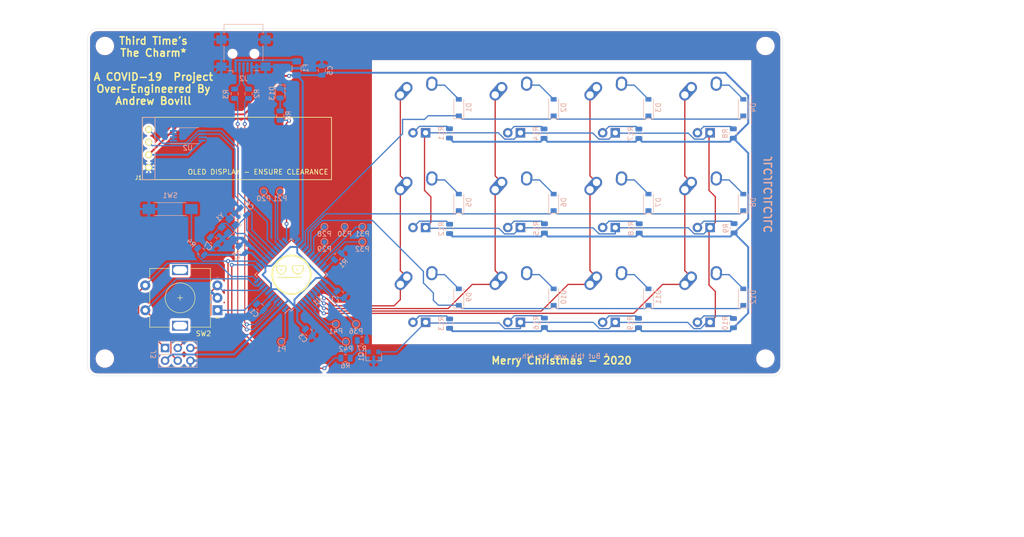
<source format=kicad_pcb>
(kicad_pcb (version 20171130) (host pcbnew 5.1.6)
  (layers (0 F.Cu signal) (31 B.Cu signal) (34 B.Paste user) (35 F.Paste user) (36 B.SilkS user) (37 F.SilkS user) (38 B.Mask user) (39 F.Mask user) (44 Edge.Cuts user))
  (net 0 "")
  (net 1 GND)
  (net 2 "Net-(C1-Pad1)")
  (net 3 +5V)
  (net 4 "Net-(C6-Pad1)")
  (net 5 "Net-(C7-Pad1)")
  (net 6 "Net-(D1-Pad2)")
  (net 7 "Net-(D2-Pad2)")
  (net 8 "Net-(D3-Pad2)")
  (net 9 "Net-(D4-Pad2)")
  (net 10 "Net-(D5-Pad2)")
  (net 11 "Net-(D6-Pad2)")
  (net 12 "Net-(D7-Pad2)")
  (net 13 "Net-(D8-Pad2)")
  (net 14 "Net-(D9-Pad2)")
  (net 15 "Net-(D10-Pad2)")
  (net 16 "Net-(D11-Pad2)")
  (net 17 "Net-(D12-Pad2)")
  (net 18 VCC)
  (net 19 "Net-(MX1-Pad4)")
  (net 20 "Net-(MX1-Pad3)")
  (net 21 "Net-(MX5-Pad3)")
  (net 22 "Net-(MX10-Pad3)")
  (net 23 "Net-(R1-Pad2)")
  (net 24 D+)
  (net 25 D-)
  (net 26 /ROW_0)
  (net 27 /ROW_1)
  (net 28 /ROW_2)
  (net 29 /COL_0)
  (net 30 /COL_1)
  (net 31 /COL_2)
  (net 32 /COL_3)
  (net 33 /SDA)
  (net 34 /SCL)
  (net 35 /RE_A)
  (net 36 /RE_B)
  (net 37 /ENC_S2)
  (net 38 /ENC_S1)
  (net 39 "Net-(J2-Pad4)")
  (net 40 "Net-(J2-Pad3)")
  (net 41 "Net-(J2-Pad2)")
  (net 42 /!RESET)
  (net 43 "Net-(P1-Pad1)")
  (net 44 "Net-(P20-Pad1)")
  (net 45 "Net-(P21-Pad1)")
  (net 46 "Net-(P28-Pad1)")
  (net 47 "Net-(P29-Pad1)")
  (net 48 "Net-(P30-Pad1)")
  (net 49 "Net-(P31-Pad1)")
  (net 50 "Net-(P32-Pad1)")
  (net 51 "Net-(P36-Pad1)")
  (net 52 "Net-(P41-Pad1)")
  (net 53 "Net-(P42-Pad1)")
  (net 54 "Net-(D13-Pad2)")
  (net 55 /status_led)
  (net 56 /PWM1)
  (net 57 "Net-(MX2-Pad3)")
  (net 58 "Net-(MX3-Pad3)")
  (net 59 "Net-(MX4-Pad3)")
  (net 60 "Net-(MX6-Pad3)")
  (net 61 "Net-(MX7-Pad3)")
  (net 62 "Net-(MX8-Pad3)")
  (net 63 "Net-(MX9-Pad3)")
  (net 64 "Net-(MX11-Pad3)")
  (net 65 "Net-(MX12-Pad3)")
  (net 66 "Net-(Q1-Pad1)")
  (module MX_Alps_Hybrid:MX-1U (layer F.Cu) (at 157.49375 74.3275)
    (fp_text reference MX12)
    (fp_text value MX-LED)
    (pad "" np_thru_hole circle (at 5.08 0 48.0996) (size 1.75 1.75) (drill 1.75) (layers *.Cu *.Mask))
    (pad "" np_thru_hole circle (at -5.08 0 48.0996) (size 1.75 1.75) (drill 1.75) (layers *.Cu *.Mask))
    (pad 4 thru_hole rect (at 1.27 5.08) (size 1.905 1.905) (drill 1.04) (layers *.Cu B.Mask) (net 19 "Net-(MX1-Pad4)"))
    (pad 3 thru_hole circle (at -1.27 5.08) (size 1.905 1.905) (drill 1.04) (layers *.Cu B.Mask) (net 65 "Net-(MX12-Pad3)"))
    (pad 1 thru_hole circle (at -2.5 -4) (size 2.25 2.25) (drill 1.47) (layers *.Cu B.Mask) (net 32 /COL_3))
    (pad "" np_thru_hole circle (at 0 0) (size 3.9878 3.9878) (drill 3.9878) (layers *.Cu *.Mask))
    (pad 1 thru_hole oval (at -3.81 -2.54 48.0996) (size 4.211556 2.25) (drill 1.47 (offset 0.980778 0)) (layers *.Cu B.Mask) (net 32 /COL_3))
    (pad 2 thru_hole circle (at 2.54 -5.08) (size 2.25 2.25) (drill 1.47) (layers *.Cu B.Mask) (net 17 "Net-(D12-Pad2)"))
    (pad 2 thru_hole oval (at 2.5 -4.5 86.0548) (size 2.831378 2.25) (drill 1.47 (offset 0.290689 0)) (layers *.Cu B.Mask) (net 17 "Net-(D12-Pad2)"))
  )
  (module Package_TO_SOT_SMD:SOT-23 (layer B.Cu) (at 91.175 86.35 270)
    (fp_text reference Q1 (at 0 2.5 270) (layer B.SilkS) (effects (justify mirror)))
    (fp_text value Q_NMOS_GDS)
    (pad 3 smd rect (at 1 0 270) (size 0.9 0.8) (layers B.Cu B.Paste B.Mask) (net 1 GND))
    (pad 2 smd rect (at -1 -0.95 270) (size 0.9 0.8) (layers B.Cu B.Paste B.Mask) (net 19 "Net-(MX1-Pad4)"))
    (pad 1 smd rect (at -1 0.95 270) (size 0.9 0.8) (layers B.Cu B.Paste B.Mask) (net 66 "Net-(Q1-Pad1)"))
  )
  (module MountingHole:MountingHole_2.7mm_M2.5 (layer F.Cu) (at 37.175 23.85)
    (fp_text reference H4 hide)
    (fp_text value MountingHole)
    (pad 1 np_thru_hole circle (at 0 0) (size 2.7 2.7) (drill 2.7) (layers *.Cu *.Mask))
  )
  (module MountingHole:MountingHole_2.7mm_M2.5 (layer F.Cu) (at 169.875 23.85)
    (fp_text reference H3 hide)
    (fp_text value MountingHole)
    (pad 1 np_thru_hole circle (at 0 0) (size 2.7 2.7) (drill 2.7) (layers *.Cu *.Mask))
  )
  (module MountingHole:MountingHole_2.7mm_M2.5 (layer F.Cu) (at 169.875 86.7)
    (fp_text reference H2 hide)
    (fp_text value MountingHole)
    (pad "" np_thru_hole circle (at 0 0) (size 2.7 2.7) (drill 2.7) (layers *.Cu *.Mask))
  )
  (module MountingHole:MountingHole_2.7mm_M2.5 (layer F.Cu) (at 37.175 86.7)
    (fp_text reference H1 hide)
    (fp_text value MountingHole)
    (pad 1 np_thru_hole circle (at 0 0) (size 2.7 2.7) (drill 2.7) (layers *.Cu *.Mask))
  )
  (module Resistor_SMD:R_0805_2012Metric (layer B.Cu) (at 56.512087 65.187087 135)
    (fp_text reference R4 (at 2.639046 -0.164049 135) (layer B.SilkS) (effects (justify mirror)))
    (fp_text value 10k)
    (pad 2 smd roundrect (at 0.9375 0 135) (size 0.975 1.4) (layers B.Cu B.Paste B.Mask) (net 42 /!RESET))
    (pad 1 smd roundrect (at -0.9375 0 135) (size 0.975 1.4) (layers B.Cu B.Paste B.Mask) (net 3 +5V))
  )
  (module artwork:unamused_sm (layer F.Cu) (at 74.676 69.85)
    (fp_text reference G*** hide)
    (fp_text value LOGO hide)
  )
  (module Resistor_SMD:R_0805_2012Metric (layer B.Cu) (at 144.3736 79.550501 270)
    (fp_text reference R19 (at 0 1.65 90) (layer B.SilkS) (effects (justify mirror)))
    (fp_text value 330)
    (pad 2 smd roundrect (at 0.9375 0 270) (size 0.975 1.4) (layers B.Cu B.Paste B.Mask) (net 3 +5V))
    (pad 1 smd roundrect (at -0.9375 0 270) (size 0.975 1.4) (layers B.Cu B.Paste B.Mask) (net 64 "Net-(MX11-Pad3)"))
  )
  (module Resistor_SMD:R_0805_2012Metric (layer B.Cu) (at 144.526 60.530499 270)
    (fp_text reference R18 (at 0 1.65 90) (layer B.SilkS) (effects (justify mirror)))
    (fp_text value 330)
    (pad 2 smd roundrect (at 0.9375 0 270) (size 0.975 1.4) (layers B.Cu B.Paste B.Mask) (net 3 +5V))
    (pad 1 smd roundrect (at -0.9375 0 270) (size 0.975 1.4) (layers B.Cu B.Paste B.Mask) (net 61 "Net-(MX7-Pad3)"))
  )
  (module Resistor_SMD:R_0805_2012Metric (layer B.Cu) (at 144.4498 41.501301 270)
    (fp_text reference R17 (at 0 1.65 90) (layer B.SilkS) (effects (justify mirror)))
    (fp_text value 330)
    (pad 2 smd roundrect (at 0.9375 0 270) (size 0.975 1.4) (layers B.Cu B.Paste B.Mask) (net 3 +5V))
    (pad 1 smd roundrect (at -0.9375 0 270) (size 0.975 1.4) (layers B.Cu B.Paste B.Mask) (net 58 "Net-(MX3-Pad3)"))
  )
  (module Resistor_SMD:R_0805_2012Metric (layer B.Cu) (at 125.476 79.502 270)
    (fp_text reference R16 (at 0 1.65 90) (layer B.SilkS) (effects (justify mirror)))
    (fp_text value 330)
    (pad 2 smd roundrect (at 0.9375 0 270) (size 0.975 1.4) (layers B.Cu B.Paste B.Mask) (net 3 +5V))
    (pad 1 smd roundrect (at -0.9375 0 270) (size 0.975 1.4) (layers B.Cu B.Paste B.Mask) (net 22 "Net-(MX10-Pad3)"))
  )
  (module Resistor_SMD:R_0805_2012Metric (layer B.Cu) (at 125.476 60.530499 270)
    (fp_text reference R15 (at 0 1.65 90) (layer B.SilkS) (effects (justify mirror)))
    (fp_text value 330)
    (pad 2 smd roundrect (at 0.9375 0 270) (size 0.975 1.4) (layers B.Cu B.Paste B.Mask) (net 3 +5V))
    (pad 1 smd roundrect (at -0.9375 0 270) (size 0.975 1.4) (layers B.Cu B.Paste B.Mask) (net 60 "Net-(MX6-Pad3)"))
  )
  (module Resistor_SMD:R_0805_2012Metric (layer B.Cu) (at 125.3998 41.4782 270)
    (fp_text reference R14 (at 0 1.65 90) (layer B.SilkS) (effects (justify mirror)))
    (fp_text value 330)
    (pad 2 smd roundrect (at 0.9375 0 270) (size 0.975 1.4) (layers B.Cu B.Paste B.Mask) (net 3 +5V))
    (pad 1 smd roundrect (at -0.9375 0 270) (size 0.975 1.4) (layers B.Cu B.Paste B.Mask) (net 57 "Net-(MX2-Pad3)"))
  )
  (module Resistor_SMD:R_0805_2012Metric (layer B.Cu) (at 106.426 79.677501 270)
    (fp_text reference R13 (at 0 1.65 90) (layer B.SilkS) (effects (justify mirror)))
    (fp_text value 330)
    (pad 2 smd roundrect (at 0.9375 0 270) (size 0.975 1.4) (layers B.Cu B.Paste B.Mask) (net 3 +5V))
    (pad 1 smd roundrect (at -0.9375 0 270) (size 0.975 1.4) (layers B.Cu B.Paste B.Mask) (net 63 "Net-(MX9-Pad3)"))
  )
  (module Resistor_SMD:R_0805_2012Metric (layer B.Cu) (at 106.426 60.627501 270)
    (fp_text reference R12 (at 0 1.65 90) (layer B.SilkS) (effects (justify mirror)))
    (fp_text value 330)
    (pad 2 smd roundrect (at 0.9375 0 270) (size 0.975 1.4) (layers B.Cu B.Paste B.Mask) (net 3 +5V))
    (pad 1 smd roundrect (at -0.9375 0 270) (size 0.975 1.4) (layers B.Cu B.Paste B.Mask) (net 21 "Net-(MX5-Pad3)"))
  )
  (module Resistor_SMD:R_0805_2012Metric (layer B.Cu) (at 106.4006 41.425101 270)
    (fp_text reference R11 (at 0 1.65 90) (layer B.SilkS) (effects (justify mirror)))
    (fp_text value 330)
    (pad 2 smd roundrect (at 0.9375 0 270) (size 0.975 1.4) (layers B.Cu B.Paste B.Mask) (net 3 +5V))
    (pad 1 smd roundrect (at -0.9375 0 270) (size 0.975 1.4) (layers B.Cu B.Paste B.Mask) (net 20 "Net-(MX1-Pad3)"))
  )
  (module MX_Alps_Hybrid:MX-1U (layer F.Cu) (at 119.39375 36.2275)
    (fp_text reference MX2)
    (fp_text value MX-LED)
    (pad "" np_thru_hole circle (at 5.08 0 48.0996) (size 1.75 1.75) (drill 1.75) (layers *.Cu *.Mask))
    (pad "" np_thru_hole circle (at -5.08 0 48.0996) (size 1.75 1.75) (drill 1.75) (layers *.Cu *.Mask))
    (pad 4 thru_hole rect (at 1.27 5.08) (size 1.905 1.905) (drill 1.04) (layers *.Cu B.Mask) (net 19 "Net-(MX1-Pad4)"))
    (pad 3 thru_hole circle (at -1.27 5.08) (size 1.905 1.905) (drill 1.04) (layers *.Cu B.Mask) (net 57 "Net-(MX2-Pad3)"))
    (pad 1 thru_hole circle (at -2.5 -4) (size 2.25 2.25) (drill 1.47) (layers *.Cu B.Mask) (net 30 /COL_1))
    (pad "" np_thru_hole circle (at 0 0) (size 3.9878 3.9878) (drill 3.9878) (layers *.Cu *.Mask))
    (pad 1 thru_hole oval (at -3.81 -2.54 48.0996) (size 4.211556 2.25) (drill 1.47 (offset 0.980778 0)) (layers *.Cu B.Mask) (net 30 /COL_1))
    (pad 2 thru_hole circle (at 2.54 -5.08) (size 2.25 2.25) (drill 1.47) (layers *.Cu B.Mask) (net 7 "Net-(D2-Pad2)"))
    (pad 2 thru_hole oval (at 2.5 -4.5 86.0548) (size 2.831378 2.25) (drill 1.47 (offset 0.290689 0)) (layers *.Cu B.Mask) (net 7 "Net-(D2-Pad2)"))
  )
  (module MX_Alps_Hybrid:MX-1U (layer F.Cu) (at 100.34375 36.2275)
    (fp_text reference MX1)
    (fp_text value MX-LED)
    (pad "" np_thru_hole circle (at 5.08 0 48.0996) (size 1.75 1.75) (drill 1.75) (layers *.Cu *.Mask))
    (pad "" np_thru_hole circle (at -5.08 0 48.0996) (size 1.75 1.75) (drill 1.75) (layers *.Cu *.Mask))
    (pad 4 thru_hole rect (at 1.27 5.08) (size 1.905 1.905) (drill 1.04) (layers *.Cu B.Mask) (net 19 "Net-(MX1-Pad4)"))
    (pad 3 thru_hole circle (at -1.27 5.08) (size 1.905 1.905) (drill 1.04) (layers *.Cu B.Mask) (net 20 "Net-(MX1-Pad3)"))
    (pad 1 thru_hole circle (at -2.5 -4) (size 2.25 2.25) (drill 1.47) (layers *.Cu B.Mask) (net 29 /COL_0))
    (pad "" np_thru_hole circle (at 0 0) (size 3.9878 3.9878) (drill 3.9878) (layers *.Cu *.Mask))
    (pad 1 thru_hole oval (at -3.81 -2.54 48.0996) (size 4.211556 2.25) (drill 1.47 (offset 0.980778 0)) (layers *.Cu B.Mask) (net 29 /COL_0))
    (pad 2 thru_hole circle (at 2.54 -5.08) (size 2.25 2.25) (drill 1.47) (layers *.Cu B.Mask) (net 6 "Net-(D1-Pad2)"))
    (pad 2 thru_hole oval (at 2.5 -4.5 86.0548) (size 2.831378 2.25) (drill 1.47 (offset 0.290689 0)) (layers *.Cu B.Mask) (net 6 "Net-(D1-Pad2)"))
  )
  (module MX_Alps_Hybrid:MX-1U (layer F.Cu) (at 119.39375 74.3275)
    (fp_text reference MX10)
    (fp_text value MX-LED)
    (pad "" np_thru_hole circle (at 5.08 0 48.0996) (size 1.75 1.75) (drill 1.75) (layers *.Cu *.Mask))
    (pad "" np_thru_hole circle (at -5.08 0 48.0996) (size 1.75 1.75) (drill 1.75) (layers *.Cu *.Mask))
    (pad 4 thru_hole rect (at 1.27 5.08) (size 1.905 1.905) (drill 1.04) (layers *.Cu B.Mask) (net 19 "Net-(MX1-Pad4)"))
    (pad 3 thru_hole circle (at -1.27 5.08) (size 1.905 1.905) (drill 1.04) (layers *.Cu B.Mask) (net 22 "Net-(MX10-Pad3)"))
    (pad 1 thru_hole circle (at -2.5 -4) (size 2.25 2.25) (drill 1.47) (layers *.Cu B.Mask) (net 30 /COL_1))
    (pad "" np_thru_hole circle (at 0 0) (size 3.9878 3.9878) (drill 3.9878) (layers *.Cu *.Mask))
    (pad 1 thru_hole oval (at -3.81 -2.54 48.0996) (size 4.211556 2.25) (drill 1.47 (offset 0.980778 0)) (layers *.Cu B.Mask) (net 30 /COL_1))
    (pad 2 thru_hole circle (at 2.54 -5.08) (size 2.25 2.25) (drill 1.47) (layers *.Cu B.Mask) (net 15 "Net-(D10-Pad2)"))
    (pad 2 thru_hole oval (at 2.5 -4.5 86.0548) (size 2.831378 2.25) (drill 1.47 (offset 0.290689 0)) (layers *.Cu B.Mask) (net 15 "Net-(D10-Pad2)"))
  )
  (module MX_Alps_Hybrid:MX-1U (layer F.Cu) (at 138.44375 36.2275)
    (fp_text reference MX3)
    (fp_text value MX-LED)
    (pad "" np_thru_hole circle (at 5.08 0 48.0996) (size 1.75 1.75) (drill 1.75) (layers *.Cu *.Mask))
    (pad "" np_thru_hole circle (at -5.08 0 48.0996) (size 1.75 1.75) (drill 1.75) (layers *.Cu *.Mask))
    (pad 4 thru_hole rect (at 1.27 5.08) (size 1.905 1.905) (drill 1.04) (layers *.Cu B.Mask) (net 19 "Net-(MX1-Pad4)"))
    (pad 3 thru_hole circle (at -1.27 5.08) (size 1.905 1.905) (drill 1.04) (layers *.Cu B.Mask) (net 58 "Net-(MX3-Pad3)"))
    (pad 1 thru_hole circle (at -2.5 -4) (size 2.25 2.25) (drill 1.47) (layers *.Cu B.Mask) (net 31 /COL_2))
    (pad "" np_thru_hole circle (at 0 0) (size 3.9878 3.9878) (drill 3.9878) (layers *.Cu *.Mask))
    (pad 1 thru_hole oval (at -3.81 -2.54 48.0996) (size 4.211556 2.25) (drill 1.47 (offset 0.980778 0)) (layers *.Cu B.Mask) (net 31 /COL_2))
    (pad 2 thru_hole circle (at 2.54 -5.08) (size 2.25 2.25) (drill 1.47) (layers *.Cu B.Mask) (net 8 "Net-(D3-Pad2)"))
    (pad 2 thru_hole oval (at 2.5 -4.5 86.0548) (size 2.831378 2.25) (drill 1.47 (offset 0.290689 0)) (layers *.Cu B.Mask) (net 8 "Net-(D3-Pad2)"))
  )
  (module MX_Alps_Hybrid:MX-1U (layer F.Cu) (at 157.49375 36.2275)
    (fp_text reference MX4)
    (fp_text value MX-LED)
    (pad "" np_thru_hole circle (at 5.08 0 48.0996) (size 1.75 1.75) (drill 1.75) (layers *.Cu *.Mask))
    (pad "" np_thru_hole circle (at -5.08 0 48.0996) (size 1.75 1.75) (drill 1.75) (layers *.Cu *.Mask))
    (pad 4 thru_hole rect (at 1.27 5.08) (size 1.905 1.905) (drill 1.04) (layers *.Cu B.Mask) (net 19 "Net-(MX1-Pad4)"))
    (pad 3 thru_hole circle (at -1.27 5.08) (size 1.905 1.905) (drill 1.04) (layers *.Cu B.Mask) (net 59 "Net-(MX4-Pad3)"))
    (pad 1 thru_hole circle (at -2.5 -4) (size 2.25 2.25) (drill 1.47) (layers *.Cu B.Mask) (net 32 /COL_3))
    (pad "" np_thru_hole circle (at 0 0) (size 3.9878 3.9878) (drill 3.9878) (layers *.Cu *.Mask))
    (pad 1 thru_hole oval (at -3.81 -2.54 48.0996) (size 4.211556 2.25) (drill 1.47 (offset 0.980778 0)) (layers *.Cu B.Mask) (net 32 /COL_3))
    (pad 2 thru_hole circle (at 2.54 -5.08) (size 2.25 2.25) (drill 1.47) (layers *.Cu B.Mask) (net 9 "Net-(D4-Pad2)"))
    (pad 2 thru_hole oval (at 2.5 -4.5 86.0548) (size 2.831378 2.25) (drill 1.47 (offset 0.290689 0)) (layers *.Cu B.Mask) (net 9 "Net-(D4-Pad2)"))
  )
  (module MX_Alps_Hybrid:MX-1U (layer F.Cu) (at 100.34375 55.2775)
    (fp_text reference MX5)
    (fp_text value MX-LED)
    (pad "" np_thru_hole circle (at 5.08 0 48.0996) (size 1.75 1.75) (drill 1.75) (layers *.Cu *.Mask))
    (pad "" np_thru_hole circle (at -5.08 0 48.0996) (size 1.75 1.75) (drill 1.75) (layers *.Cu *.Mask))
    (pad 4 thru_hole rect (at 1.27 5.08) (size 1.905 1.905) (drill 1.04) (layers *.Cu B.Mask) (net 19 "Net-(MX1-Pad4)"))
    (pad 3 thru_hole circle (at -1.27 5.08) (size 1.905 1.905) (drill 1.04) (layers *.Cu B.Mask) (net 21 "Net-(MX5-Pad3)"))
    (pad 1 thru_hole circle (at -2.5 -4) (size 2.25 2.25) (drill 1.47) (layers *.Cu B.Mask) (net 29 /COL_0))
    (pad "" np_thru_hole circle (at 0 0) (size 3.9878 3.9878) (drill 3.9878) (layers *.Cu *.Mask))
    (pad 1 thru_hole oval (at -3.81 -2.54 48.0996) (size 4.211556 2.25) (drill 1.47 (offset 0.980778 0)) (layers *.Cu B.Mask) (net 29 /COL_0))
    (pad 2 thru_hole circle (at 2.54 -5.08) (size 2.25 2.25) (drill 1.47) (layers *.Cu B.Mask) (net 10 "Net-(D5-Pad2)"))
    (pad 2 thru_hole oval (at 2.5 -4.5 86.0548) (size 2.831378 2.25) (drill 1.47 (offset 0.290689 0)) (layers *.Cu B.Mask) (net 10 "Net-(D5-Pad2)"))
  )
  (module MX_Alps_Hybrid:MX-1U (layer F.Cu) (at 119.39375 55.2775)
    (fp_text reference MX6)
    (fp_text value MX-LED)
    (pad "" np_thru_hole circle (at 5.08 0 48.0996) (size 1.75 1.75) (drill 1.75) (layers *.Cu *.Mask))
    (pad "" np_thru_hole circle (at -5.08 0 48.0996) (size 1.75 1.75) (drill 1.75) (layers *.Cu *.Mask))
    (pad 4 thru_hole rect (at 1.27 5.08) (size 1.905 1.905) (drill 1.04) (layers *.Cu B.Mask) (net 19 "Net-(MX1-Pad4)"))
    (pad 3 thru_hole circle (at -1.27 5.08) (size 1.905 1.905) (drill 1.04) (layers *.Cu B.Mask) (net 60 "Net-(MX6-Pad3)"))
    (pad 1 thru_hole circle (at -2.5 -4) (size 2.25 2.25) (drill 1.47) (layers *.Cu B.Mask) (net 30 /COL_1))
    (pad "" np_thru_hole circle (at 0 0) (size 3.9878 3.9878) (drill 3.9878) (layers *.Cu *.Mask))
    (pad 1 thru_hole oval (at -3.81 -2.54 48.0996) (size 4.211556 2.25) (drill 1.47 (offset 0.980778 0)) (layers *.Cu B.Mask) (net 30 /COL_1))
    (pad 2 thru_hole circle (at 2.54 -5.08) (size 2.25 2.25) (drill 1.47) (layers *.Cu B.Mask) (net 11 "Net-(D6-Pad2)"))
    (pad 2 thru_hole oval (at 2.5 -4.5 86.0548) (size 2.831378 2.25) (drill 1.47 (offset 0.290689 0)) (layers *.Cu B.Mask) (net 11 "Net-(D6-Pad2)"))
  )
  (module MX_Alps_Hybrid:MX-1U (layer F.Cu) (at 138.44375 55.2775)
    (fp_text reference MX7)
    (fp_text value MX-LED)
    (pad "" np_thru_hole circle (at 5.08 0 48.0996) (size 1.75 1.75) (drill 1.75) (layers *.Cu *.Mask))
    (pad "" np_thru_hole circle (at -5.08 0 48.0996) (size 1.75 1.75) (drill 1.75) (layers *.Cu *.Mask))
    (pad 4 thru_hole rect (at 1.27 5.08) (size 1.905 1.905) (drill 1.04) (layers *.Cu B.Mask) (net 19 "Net-(MX1-Pad4)"))
    (pad 3 thru_hole circle (at -1.27 5.08) (size 1.905 1.905) (drill 1.04) (layers *.Cu B.Mask) (net 61 "Net-(MX7-Pad3)"))
    (pad 1 thru_hole circle (at -2.5 -4) (size 2.25 2.25) (drill 1.47) (layers *.Cu B.Mask) (net 31 /COL_2))
    (pad "" np_thru_hole circle (at 0 0) (size 3.9878 3.9878) (drill 3.9878) (layers *.Cu *.Mask))
    (pad 1 thru_hole oval (at -3.81 -2.54 48.0996) (size 4.211556 2.25) (drill 1.47 (offset 0.980778 0)) (layers *.Cu B.Mask) (net 31 /COL_2))
    (pad 2 thru_hole circle (at 2.54 -5.08) (size 2.25 2.25) (drill 1.47) (layers *.Cu B.Mask) (net 12 "Net-(D7-Pad2)"))
    (pad 2 thru_hole oval (at 2.5 -4.5 86.0548) (size 2.831378 2.25) (drill 1.47 (offset 0.290689 0)) (layers *.Cu B.Mask) (net 12 "Net-(D7-Pad2)"))
  )
  (module MX_Alps_Hybrid:MX-1U (layer F.Cu) (at 157.49375 55.2775)
    (fp_text reference MX8)
    (fp_text value MX-LED)
    (pad "" np_thru_hole circle (at 5.08 0 48.0996) (size 1.75 1.75) (drill 1.75) (layers *.Cu *.Mask))
    (pad "" np_thru_hole circle (at -5.08 0 48.0996) (size 1.75 1.75) (drill 1.75) (layers *.Cu *.Mask))
    (pad 4 thru_hole rect (at 1.27 5.08) (size 1.905 1.905) (drill 1.04) (layers *.Cu B.Mask) (net 19 "Net-(MX1-Pad4)"))
    (pad 3 thru_hole circle (at -1.27 5.08) (size 1.905 1.905) (drill 1.04) (layers *.Cu B.Mask) (net 62 "Net-(MX8-Pad3)"))
    (pad 1 thru_hole circle (at -2.5 -4) (size 2.25 2.25) (drill 1.47) (layers *.Cu B.Mask) (net 32 /COL_3))
    (pad "" np_thru_hole circle (at 0 0) (size 3.9878 3.9878) (drill 3.9878) (layers *.Cu *.Mask))
    (pad 1 thru_hole oval (at -3.81 -2.54 48.0996) (size 4.211556 2.25) (drill 1.47 (offset 0.980778 0)) (layers *.Cu B.Mask) (net 32 /COL_3))
    (pad 2 thru_hole circle (at 2.54 -5.08) (size 2.25 2.25) (drill 1.47) (layers *.Cu B.Mask) (net 13 "Net-(D8-Pad2)"))
    (pad 2 thru_hole oval (at 2.5 -4.5 86.0548) (size 2.831378 2.25) (drill 1.47 (offset 0.290689 0)) (layers *.Cu B.Mask) (net 13 "Net-(D8-Pad2)"))
  )
  (module MX_Alps_Hybrid:MX-1U (layer F.Cu) (at 100.34375 74.3275)
    (fp_text reference MX9)
    (fp_text value MX-LED)
    (pad "" np_thru_hole circle (at 5.08 0 48.0996) (size 1.75 1.75) (drill 1.75) (layers *.Cu *.Mask))
    (pad "" np_thru_hole circle (at -5.08 0 48.0996) (size 1.75 1.75) (drill 1.75) (layers *.Cu *.Mask))
    (pad 4 thru_hole rect (at 1.27 5.08) (size 1.905 1.905) (drill 1.04) (layers *.Cu B.Mask) (net 19 "Net-(MX1-Pad4)"))
    (pad 3 thru_hole circle (at -1.27 5.08) (size 1.905 1.905) (drill 1.04) (layers *.Cu B.Mask) (net 63 "Net-(MX9-Pad3)"))
    (pad 1 thru_hole circle (at -2.5 -4) (size 2.25 2.25) (drill 1.47) (layers *.Cu B.Mask) (net 29 /COL_0))
    (pad "" np_thru_hole circle (at 0 0) (size 3.9878 3.9878) (drill 3.9878) (layers *.Cu *.Mask))
    (pad 1 thru_hole oval (at -3.81 -2.54 48.0996) (size 4.211556 2.25) (drill 1.47 (offset 0.980778 0)) (layers *.Cu B.Mask) (net 29 /COL_0))
    (pad 2 thru_hole circle (at 2.54 -5.08) (size 2.25 2.25) (drill 1.47) (layers *.Cu B.Mask) (net 14 "Net-(D9-Pad2)"))
    (pad 2 thru_hole oval (at 2.5 -4.5 86.0548) (size 2.831378 2.25) (drill 1.47 (offset 0.290689 0)) (layers *.Cu B.Mask) (net 14 "Net-(D9-Pad2)"))
  )
  (module MX_Alps_Hybrid:MX-1U (layer F.Cu) (at 138.44375 74.3275)
    (fp_text reference MX11)
    (fp_text value MX-LED)
    (pad "" np_thru_hole circle (at 5.08 0 48.0996) (size 1.75 1.75) (drill 1.75) (layers *.Cu *.Mask))
    (pad "" np_thru_hole circle (at -5.08 0 48.0996) (size 1.75 1.75) (drill 1.75) (layers *.Cu *.Mask))
    (pad 4 thru_hole rect (at 1.27 5.08) (size 1.905 1.905) (drill 1.04) (layers *.Cu B.Mask) (net 19 "Net-(MX1-Pad4)"))
    (pad 3 thru_hole circle (at -1.27 5.08) (size 1.905 1.905) (drill 1.04) (layers *.Cu B.Mask) (net 64 "Net-(MX11-Pad3)"))
    (pad 1 thru_hole circle (at -2.5 -4) (size 2.25 2.25) (drill 1.47) (layers *.Cu B.Mask) (net 31 /COL_2))
    (pad "" np_thru_hole circle (at 0 0) (size 3.9878 3.9878) (drill 3.9878) (layers *.Cu *.Mask))
    (pad 1 thru_hole oval (at -3.81 -2.54 48.0996) (size 4.211556 2.25) (drill 1.47 (offset 0.980778 0)) (layers *.Cu B.Mask) (net 31 /COL_2))
    (pad 2 thru_hole circle (at 2.54 -5.08) (size 2.25 2.25) (drill 1.47) (layers *.Cu B.Mask) (net 16 "Net-(D11-Pad2)"))
    (pad 2 thru_hole oval (at 2.5 -4.5 86.0548) (size 2.831378 2.25) (drill 1.47 (offset 0.290689 0)) (layers *.Cu B.Mask) (net 16 "Net-(D11-Pad2)"))
  )
  (module Resistor_SMD:R_0805_2012Metric (layer B.Cu) (at 163.449 79.5805 270)
    (fp_text reference R10 (at 0 1.65 90) (layer B.SilkS) (effects (justify mirror)))
    (fp_text value 330)
    (pad 2 smd roundrect (at 0.9375 0 270) (size 0.975 1.4) (layers B.Cu B.Paste B.Mask) (net 3 +5V))
    (pad 1 smd roundrect (at -0.9375 0 270) (size 0.975 1.4) (layers B.Cu B.Paste B.Mask) (net 65 "Net-(MX12-Pad3)"))
  )
  (module Resistor_SMD:R_0805_2012Metric (layer B.Cu) (at 163.576 60.5005 270)
    (fp_text reference R9 (at 0 1.65 90) (layer B.SilkS) (effects (justify mirror)))
    (fp_text value 330)
    (pad 2 smd roundrect (at 0.9375 0 270) (size 0.975 1.4) (layers B.Cu B.Paste B.Mask) (net 3 +5V))
    (pad 1 smd roundrect (at -0.9375 0 270) (size 0.975 1.4) (layers B.Cu B.Paste B.Mask) (net 62 "Net-(MX8-Pad3)"))
  )
  (module Resistor_SMD:R_0805_2012Metric (layer B.Cu) (at 163.4236 41.450501 270)
    (fp_text reference R8 (at 0 1.65 90) (layer B.SilkS) (effects (justify mirror)))
    (fp_text value 330)
    (pad 2 smd roundrect (at 0.9375 0 270) (size 0.975 1.4) (layers B.Cu B.Paste B.Mask) (net 3 +5V))
    (pad 1 smd roundrect (at -0.9375 0 270) (size 0.975 1.4) (layers B.Cu B.Paste B.Mask) (net 59 "Net-(MX4-Pad3)"))
  )
  (module Resistor_SMD:R_0805_2012Metric (layer B.Cu) (at 88.8215 83.058)
    (fp_text reference R7 (at 0 1.65) (layer B.SilkS) (effects (justify mirror)))
    (fp_text value 10k)
    (pad 2 smd roundrect (at 0.9375 0) (size 0.975 1.4) (layers B.Cu B.Paste B.Mask) (net 1 GND))
    (pad 1 smd roundrect (at -0.9375 0) (size 0.975 1.4) (layers B.Cu B.Paste B.Mask) (net 66 "Net-(Q1-Pad1)"))
  )
  (module Resistor_SMD:R_0805_2012Metric (layer B.Cu) (at 85.5195 86.614 180)
    (fp_text reference R6 (at 0 -1.524) (layer B.SilkS) (effects (justify mirror)))
    (fp_text value 20k)
    (pad 2 smd roundrect (at 0.9375 0 180) (size 0.975 1.4) (layers B.Cu B.Paste B.Mask) (net 56 /PWM1))
    (pad 1 smd roundrect (at -0.9375 0 180) (size 0.975 1.4) (layers B.Cu B.Paste B.Mask) (net 66 "Net-(Q1-Pad1)"))
  )
  (module Crystal:Crystal_SMD_3225-4Pin_3.2x2.5mm (layer B.Cu) (at 62.043559 60.05714 225)
    (fp_text reference Y1 (at 0 2.45 45) (layer B.SilkS) (effects (justify mirror)))
    (fp_text value 16Mhz)
    (pad 4 smd rect (at -1.1 0.85 225) (size 1.4 1.2) (layers B.Cu B.Paste B.Mask) (net 1 GND))
    (pad 3 smd rect (at 1.1 0.85 225) (size 1.4 1.2) (layers B.Cu B.Paste B.Mask) (net 5 "Net-(C7-Pad1)"))
    (pad 2 smd rect (at 1.1 -0.85 225) (size 1.4 1.2) (layers B.Cu B.Paste B.Mask) (net 1 GND))
    (pad 1 smd rect (at -1.1 -0.85 225) (size 1.4 1.2) (layers B.Cu B.Paste B.Mask) (net 4 "Net-(C6-Pad1)"))
  )
  (module Resistor_SMD:R_0805_2012Metric (layer B.Cu) (at 72.39 37.846 90)
    (fp_text reference R5 (at 0 1.65 90) (layer B.SilkS) (effects (justify mirror)))
    (fp_text value 330)
    (pad 2 smd roundrect (at 0.9375 0 90) (size 0.975 1.4) (layers B.Cu B.Paste B.Mask) (net 54 "Net-(D13-Pad2)"))
    (pad 1 smd roundrect (at -0.9375 0 90) (size 0.975 1.4) (layers B.Cu B.Paste B.Mask) (net 55 /status_led))
  )
  (module Connector_PinHeader_2.54mm:PinHeader_2x03_P2.54mm_Vertical (layer B.Cu) (at 49.276 84.582 270)
    (fp_text reference J3 (at 1.27 2.33 90) (layer B.SilkS) (effects (justify mirror)))
    (fp_text value AVR-ISP-6)
    (pad 6 thru_hole oval (at 2.54 -5.08 270) (size 1.7 1.7) (drill 1) (layers *.Cu *.Mask) (net 1 GND))
    (pad 5 thru_hole oval (at 0 -5.08 270) (size 1.7 1.7) (drill 1) (layers *.Cu *.Mask) (net 42 /!RESET))
    (pad 4 thru_hole oval (at 2.54 -2.54 270) (size 1.7 1.7) (drill 1) (layers *.Cu *.Mask) (net 37 /ENC_S2))
    (pad 3 thru_hole oval (at 0 -2.54 270) (size 1.7 1.7) (drill 1) (layers *.Cu *.Mask) (net 36 /RE_B))
    (pad 2 thru_hole oval (at 2.54 0 270) (size 1.7 1.7) (drill 1) (layers *.Cu *.Mask) (net 3 +5V))
    (pad 1 thru_hole rect (at 0 0 270) (size 1.7 1.7) (drill 1) (layers *.Cu *.Mask) (net 38 /ENC_S1))
  )
  (module LED_SMD:LED_0805_2012Metric (layer B.Cu) (at 72.39 33.352499 270)
    (fp_text reference D13 (at 0 1.65 90) (layer B.SilkS) (effects (justify mirror)))
    (fp_text value LED)
    (pad 2 smd roundrect (at 0.9375 0 270) (size 0.975 1.4) (layers B.Cu B.Paste B.Mask) (net 54 "Net-(D13-Pad2)"))
    (pad 1 smd roundrect (at -0.9375 0 270) (size 0.975 1.4) (layers B.Cu B.Paste B.Mask) (net 1 GND))
  )
  (module TestPoint:TestPoint_Pad_D1.0mm (layer B.Cu) (at 85.598 83.312)
    (fp_text reference P42 (at 0 1.448) (layer B.SilkS) (effects (justify mirror)))
    (fp_text value TestPoint)
    (pad 1 smd circle (at 0 0) (size 1 1) (layers B.Cu B.Mask) (net 53 "Net-(P42-Pad1)"))
  )
  (module TestPoint:TestPoint_Pad_D1.0mm (layer B.Cu) (at 83.566 79.756)
    (fp_text reference P41 (at 0 1.448) (layer B.SilkS) (effects (justify mirror)))
    (fp_text value TestPoint)
    (pad 1 smd circle (at 0 0) (size 1 1) (layers B.Cu B.Mask) (net 52 "Net-(P41-Pad1)"))
  )
  (module TestPoint:TestPoint_Pad_D1.0mm (layer B.Cu) (at 87.63 79.756)
    (fp_text reference P36 (at 0 1.448) (layer B.SilkS) (effects (justify mirror)))
    (fp_text value TestPoint)
    (pad 1 smd circle (at 0 0) (size 1 1) (layers B.Cu B.Mask) (net 51 "Net-(P36-Pad1)"))
  )
  (module TestPoint:TestPoint_Pad_D1.0mm (layer B.Cu) (at 88.9 63.246)
    (fp_text reference P32 (at 0 1.448) (layer B.SilkS) (effects (justify mirror)))
    (fp_text value TestPoint)
    (pad 1 smd circle (at 0 0) (size 1 1) (layers B.Cu B.Mask) (net 50 "Net-(P32-Pad1)"))
  )
  (module TestPoint:TestPoint_Pad_D1.0mm (layer B.Cu) (at 88.9 60.198)
    (fp_text reference P31 (at 0 1.448) (layer B.SilkS) (effects (justify mirror)))
    (fp_text value TestPoint)
    (pad 1 smd circle (at 0 0) (size 1 1) (layers B.Cu B.Mask) (net 49 "Net-(P31-Pad1)"))
  )
  (module TestPoint:TestPoint_Pad_D1.0mm (layer B.Cu) (at 85.344 60.198)
    (fp_text reference P30 (at 0 1.448) (layer B.SilkS) (effects (justify mirror)))
    (fp_text value TestPoint)
    (pad 1 smd circle (at 0 0) (size 1 1) (layers B.Cu B.Mask) (net 48 "Net-(P30-Pad1)"))
  )
  (module TestPoint:TestPoint_Pad_D1.0mm (layer B.Cu) (at 81.28 63.246)
    (fp_text reference P29 (at 0 1.448) (layer B.SilkS) (effects (justify mirror)))
    (fp_text value TestPoint)
    (pad 1 smd circle (at 0 0) (size 1 1) (layers B.Cu B.Mask) (net 47 "Net-(P29-Pad1)"))
  )
  (module TestPoint:TestPoint_Pad_D1.0mm (layer B.Cu) (at 81.28 60.198)
    (fp_text reference P28 (at 0 1.448) (layer B.SilkS) (effects (justify mirror)))
    (fp_text value TestPoint)
    (pad 1 smd circle (at 0 0) (size 1 1) (layers B.Cu B.Mask) (net 46 "Net-(P28-Pad1)"))
  )
  (module TestPoint:TestPoint_Pad_D1.0mm (layer B.Cu) (at 72.39 53.086)
    (fp_text reference P21 (at 0 1.448) (layer B.SilkS) (effects (justify mirror)))
    (fp_text value TestPoint)
    (pad 1 smd circle (at 0 0) (size 1 1) (layers B.Cu B.Mask) (net 45 "Net-(P21-Pad1)"))
  )
  (module TestPoint:TestPoint_Pad_D1.0mm (layer B.Cu) (at 69.088 53.086)
    (fp_text reference P20 (at 0 1.448) (layer B.SilkS) (effects (justify mirror)))
    (fp_text value TestPoint)
    (pad 1 smd circle (at 0 0) (size 1 1) (layers B.Cu B.Mask) (net 44 "Net-(P20-Pad1)"))
  )
  (module TestPoint:TestPoint_Pad_D1.0mm (layer B.Cu) (at 72.644 83.312)
    (fp_text reference P1 (at 0 1.448) (layer B.SilkS) (effects (justify mirror)))
    (fp_text value TestPoint)
    (pad 1 smd circle (at 0 0) (size 1 1) (layers B.Cu B.Mask) (net 43 "Net-(P1-Pad1)"))
  )
  (module Fuse:Fuse_1206_3216Metric (layer B.Cu) (at 75.692 28.324 90)
    (fp_text reference F1 (at 0 1.82 90) (layer B.SilkS) (effects (justify mirror)))
    (fp_text value 500mA)
    (pad 2 smd roundrect (at 1.4 0 90) (size 1.25 1.75) (layers B.Cu B.Paste B.Mask) (roundrect_rratio 0.2) (net 18 VCC))
    (pad 1 smd roundrect (at -1.4 0 90) (size 1.25 1.75) (layers B.Cu B.Paste B.Mask) (roundrect_rratio 0.2) (net 3 +5V))
  )
  (module Button_Switch_SMD:SW_SPST_REED_CT05-XXXX-G1 (layer B.Cu) (at 50.28 56.642)
    (fp_text reference SW1 (at 0 -2.75) (layer B.SilkS) (effects (justify mirror)))
    (fp_text value SPST)
    (pad 1 smd rect (at -4.28 0) (size 2.5 2) (layers B.Cu B.Paste B.Mask) (net 1 GND))
    (pad 2 smd rect (at 4.28 0) (size 2.5 2) (layers B.Cu B.Paste B.Mask) (net 42 /!RESET))
  )
  (module Package_SO:TSSOP-8_4.4x3mm_P0.65mm (layer B.Cu) (at 53.82 41.89)
    (fp_text reference U2 (at 0 2.45) (layer B.SilkS) (effects (justify mirror)))
    (fp_text value 24LC512)
    (pad 8 smd roundrect (at 2.8625 0.975) (size 1.475 0.4) (layers B.Cu B.Paste B.Mask) (net 3 +5V))
    (pad 7 smd roundrect (at 2.8625 0.325) (size 1.475 0.4) (layers B.Cu B.Paste B.Mask) (net 1 GND))
    (pad 6 smd roundrect (at 2.8625 -0.325) (size 1.475 0.4) (layers B.Cu B.Paste B.Mask) (net 34 /SCL))
    (pad 5 smd roundrect (at 2.8625 -0.975) (size 1.475 0.4) (layers B.Cu B.Paste B.Mask) (net 33 /SDA))
    (pad 4 smd roundrect (at -2.8625 -0.975) (size 1.475 0.4) (layers B.Cu B.Paste B.Mask) (net 1 GND))
    (pad 3 smd roundrect (at -2.8625 -0.325) (size 1.475 0.4) (layers B.Cu B.Paste B.Mask) (net 1 GND))
    (pad 2 smd roundrect (at -2.8625 0.325) (size 1.475 0.4) (layers B.Cu B.Paste B.Mask) (net 1 GND))
    (pad 1 smd roundrect (at -2.8625 0.975) (size 1.475 0.4) (layers B.Cu B.Paste B.Mask) (net 1 GND))
  )
  (module SofleKeyboard-footprint:OLED_0.91in_4pin (layer F.Cu) (at 45.974 40.64 270)
    (fp_text reference J1 (at 9.7 2.034) (layer F.SilkS) (effects (font (size 0.8128 0.8128))))
    (fp_text value Conn_01x04 hide)
    (fp_text user "OLED DISPLAY - ENSURE CLEARANCE" (at 8.53 -21.976) (layer F.SilkS))
    (pad 4 thru_hole circle (at 0 0 270) (size 1.397 1.397) (drill 0.8128) (layers *.Cu *.Mask F.SilkS) (net 33 /SDA))
    (pad 3 thru_hole circle (at 2.54 0 270) (size 1.397 1.397) (drill 0.8128) (layers *.Cu *.Mask F.SilkS) (net 34 /SCL))
    (pad 2 thru_hole circle (at 5.08 0 270) (size 1.397 1.397) (drill 0.8128) (layers *.Cu *.Mask F.SilkS) (net 3 +5V))
    (pad 1 thru_hole circle (at 7.62 0 270) (size 1.397 1.397) (drill 0.8128) (layers *.Cu *.Mask F.SilkS) (net 1 GND))
  )
  (module Package_QFP:TQFP-44_10x10mm_P0.8mm (layer B.Cu) (at 74.6125 69.85 45)
    (fp_text reference U1 (at 0 7.450001 45) (layer B.SilkS) (effects (justify mirror)))
    (fp_text value ATmega32U4-AU)
    (pad 44 smd rect (at -4 5.7 315) (size 1.5 0.55) (layers B.Cu B.Paste B.Mask) (net 3 +5V))
    (pad 43 smd rect (at -3.2 5.7 315) (size 1.5 0.55) (layers B.Cu B.Paste B.Mask) (net 1 GND))
    (pad 42 smd rect (at -2.4 5.7 315) (size 1.5 0.55) (layers B.Cu B.Paste B.Mask) (net 53 "Net-(P42-Pad1)"))
    (pad 41 smd rect (at -1.6 5.7 315) (size 1.5 0.55) (layers B.Cu B.Paste B.Mask) (net 52 "Net-(P41-Pad1)"))
    (pad 40 smd rect (at -0.8 5.7 315) (size 1.5 0.55) (layers B.Cu B.Paste B.Mask) (net 32 /COL_3))
    (pad 39 smd rect (at 0 5.7 315) (size 1.5 0.55) (layers B.Cu B.Paste B.Mask) (net 31 /COL_2))
    (pad 38 smd rect (at 0.8 5.7 315) (size 1.5 0.55) (layers B.Cu B.Paste B.Mask) (net 30 /COL_1))
    (pad 37 smd rect (at 1.6 5.7 315) (size 1.5 0.55) (layers B.Cu B.Paste B.Mask) (net 29 /COL_0))
    (pad 36 smd rect (at 2.4 5.7 315) (size 1.5 0.55) (layers B.Cu B.Paste B.Mask) (net 51 "Net-(P36-Pad1)"))
    (pad 35 smd rect (at 3.2 5.7 315) (size 1.5 0.55) (layers B.Cu B.Paste B.Mask) (net 1 GND))
    (pad 34 smd rect (at 4 5.7 315) (size 1.5 0.55) (layers B.Cu B.Paste B.Mask) (net 3 +5V))
    (pad 33 smd rect (at 5.7 4 45) (size 1.5 0.55) (layers B.Cu B.Paste B.Mask) (net 23 "Net-(R1-Pad2)"))
    (pad 32 smd rect (at 5.7 3.2 45) (size 1.5 0.55) (layers B.Cu B.Paste B.Mask) (net 50 "Net-(P32-Pad1)"))
    (pad 31 smd rect (at 5.7 2.4 45) (size 1.5 0.55) (layers B.Cu B.Paste B.Mask) (net 49 "Net-(P31-Pad1)"))
    (pad 30 smd rect (at 5.7 1.6 45) (size 1.5 0.55) (layers B.Cu B.Paste B.Mask) (net 48 "Net-(P30-Pad1)"))
    (pad 29 smd rect (at 5.7 0.8 45) (size 1.5 0.55) (layers B.Cu B.Paste B.Mask) (net 47 "Net-(P29-Pad1)"))
    (pad 28 smd rect (at 5.7 0 45) (size 1.5 0.55) (layers B.Cu B.Paste B.Mask) (net 46 "Net-(P28-Pad1)"))
    (pad 27 smd rect (at 5.7 -0.8 45) (size 1.5 0.55) (layers B.Cu B.Paste B.Mask) (net 28 /ROW_2))
    (pad 26 smd rect (at 5.7 -1.6 45) (size 1.5 0.55) (layers B.Cu B.Paste B.Mask) (net 27 /ROW_1))
    (pad 25 smd rect (at 5.7 -2.4 45) (size 1.5 0.55) (layers B.Cu B.Paste B.Mask) (net 26 /ROW_0))
    (pad 24 smd rect (at 5.7 -3.2 45) (size 1.5 0.55) (layers B.Cu B.Paste B.Mask) (net 3 +5V))
    (pad 23 smd rect (at 5.7 -4 45) (size 1.5 0.55) (layers B.Cu B.Paste B.Mask) (net 1 GND))
    (pad 22 smd rect (at 4 -5.7 315) (size 1.5 0.55) (layers B.Cu B.Paste B.Mask) (net 55 /status_led))
    (pad 21 smd rect (at 3.2 -5.7 315) (size 1.5 0.55) (layers B.Cu B.Paste B.Mask) (net 45 "Net-(P21-Pad1)"))
    (pad 20 smd rect (at 2.4 -5.7 315) (size 1.5 0.55) (layers B.Cu B.Paste B.Mask) (net 44 "Net-(P20-Pad1)"))
    (pad 19 smd rect (at 1.6 -5.7 315) (size 1.5 0.55) (layers B.Cu B.Paste B.Mask) (net 33 /SDA))
    (pad 18 smd rect (at 0.8 -5.7 315) (size 1.5 0.55) (layers B.Cu B.Paste B.Mask) (net 34 /SCL))
    (pad 17 smd rect (at 0 -5.7 315) (size 1.5 0.55) (layers B.Cu B.Paste B.Mask) (net 4 "Net-(C6-Pad1)"))
    (pad 16 smd rect (at -0.8 -5.7 315) (size 1.5 0.55) (layers B.Cu B.Paste B.Mask) (net 5 "Net-(C7-Pad1)"))
    (pad 15 smd rect (at -1.6 -5.7 315) (size 1.5 0.55) (layers B.Cu B.Paste B.Mask) (net 1 GND))
    (pad 14 smd rect (at -2.4 -5.7 315) (size 1.5 0.55) (layers B.Cu B.Paste B.Mask) (net 3 +5V))
    (pad 13 smd rect (at -3.2 -5.7 315) (size 1.5 0.55) (layers B.Cu B.Paste B.Mask) (net 42 /!RESET))
    (pad 12 smd rect (at -4 -5.7 315) (size 1.5 0.55) (layers B.Cu B.Paste B.Mask) (net 56 /PWM1))
    (pad 11 smd rect (at -5.7 -4 45) (size 1.5 0.55) (layers B.Cu B.Paste B.Mask) (net 38 /ENC_S1))
    (pad 10 smd rect (at -5.7 -3.2 45) (size 1.5 0.55) (layers B.Cu B.Paste B.Mask) (net 37 /ENC_S2))
    (pad 9 smd rect (at -5.7 -2.4 45) (size 1.5 0.55) (layers B.Cu B.Paste B.Mask) (net 36 /RE_B))
    (pad 8 smd rect (at -5.7 -1.6 45) (size 1.5 0.55) (layers B.Cu B.Paste B.Mask) (net 35 /RE_A))
    (pad 7 smd rect (at -5.7 -0.8 45) (size 1.5 0.55) (layers B.Cu B.Paste B.Mask) (net 3 +5V))
    (pad 6 smd rect (at -5.7 0 45) (size 1.5 0.55) (layers B.Cu B.Paste B.Mask) (net 2 "Net-(C1-Pad1)"))
    (pad 5 smd rect (at -5.7 0.8 45) (size 1.5 0.55) (layers B.Cu B.Paste B.Mask) (net 1 GND))
    (pad 4 smd rect (at -5.7 1.6 45) (size 1.5 0.55) (layers B.Cu B.Paste B.Mask) (net 24 D+))
    (pad 3 smd rect (at -5.7 2.4 45) (size 1.5 0.55) (layers B.Cu B.Paste B.Mask) (net 25 D-))
    (pad 2 smd rect (at -5.7 3.2 45) (size 1.5 0.55) (layers B.Cu B.Paste B.Mask) (net 3 +5V))
    (pad 1 smd rect (at -5.7 4 45) (size 1.5 0.55) (layers B.Cu B.Paste B.Mask) (net 43 "Net-(P1-Pad1)"))
  )
  (module Connector_USB:USB_Mini-B_Lumberg_2486_01_Horizontal (layer B.Cu) (at 65.024 25.4)
    (fp_text reference J2 (at 0 5) (layer B.SilkS) (effects (justify mirror)))
    (fp_text value USB_B_Mini)
    (pad "" np_thru_hole circle (at 2.2 0) (size 1 1) (drill 1) (layers *.Cu *.Mask))
    (pad "" np_thru_hole circle (at -2.2 0) (size 1 1) (drill 1) (layers *.Cu *.Mask))
    (pad 6 smd rect (at 4.45 -2.85) (size 2 1.7) (layers B.Cu B.Paste B.Mask) (net 1 GND))
    (pad 6 smd rect (at 4.45 2.6) (size 2 1.7) (layers B.Cu B.Paste B.Mask) (net 1 GND))
    (pad 6 smd rect (at -4.45 -2.85) (size 2 1.7) (layers B.Cu B.Paste B.Mask) (net 1 GND))
    (pad 6 smd rect (at -4.45 2.6) (size 2 1.7) (layers B.Cu B.Paste B.Mask) (net 1 GND))
    (pad 5 smd rect (at 1.6 2.7) (size 0.5 2) (layers B.Cu B.Paste B.Mask) (net 1 GND))
    (pad 4 smd rect (at 0.8 2.7) (size 0.5 2) (layers B.Cu B.Paste B.Mask) (net 39 "Net-(J2-Pad4)"))
    (pad 3 smd rect (at 0 2.7) (size 0.5 2) (layers B.Cu B.Paste B.Mask) (net 40 "Net-(J2-Pad3)"))
    (pad 2 smd rect (at -0.8 2.7) (size 0.5 2) (layers B.Cu B.Paste B.Mask) (net 41 "Net-(J2-Pad2)"))
    (pad 1 smd rect (at -1.6 2.7) (size 0.5 2) (layers B.Cu B.Paste B.Mask) (net 18 VCC))
  )
  (module Rotary_Encoder:RotaryEncoder_Alps_EC11E-Switch_Vertical_H20mm (layer F.Cu) (at 59.79 76.99 180)
    (fp_text reference SW2 (at 2.8 -4.7) (layer F.SilkS))
    (fp_text value Rotary_Encoder_Switch)
    (pad A thru_hole rect (at 0 0 180) (size 2 2) (drill 1) (layers *.Cu *.Mask) (net 35 /RE_A))
    (pad C thru_hole circle (at 0 2.5 180) (size 2 2) (drill 1) (layers *.Cu *.Mask) (net 1 GND))
    (pad B thru_hole circle (at 0 5 180) (size 2 2) (drill 1) (layers *.Cu *.Mask) (net 36 /RE_B))
    (pad MP thru_hole rect (at 7.5 -3.1 180) (size 3.2 2) (drill oval 2.8 1.5) (layers *.Cu *.Mask))
    (pad MP thru_hole rect (at 7.5 8.1 180) (size 3.2 2) (drill oval 2.8 1.5) (layers *.Cu *.Mask))
    (pad S2 thru_hole circle (at 14.5 0 180) (size 2 2) (drill 1) (layers *.Cu *.Mask) (net 37 /ENC_S2))
    (pad S1 thru_hole circle (at 14.5 5 180) (size 2 2) (drill 1) (layers *.Cu *.Mask) (net 38 /ENC_S1))
  )
  (module Resistor_SMD:R_0805_2012Metric (layer B.Cu) (at 63.246 33.4495 270)
    (fp_text reference R3 (at 0.0785 1.778 270) (layer B.SilkS) (effects (justify mirror)))
    (fp_text value 22)
    (pad 2 smd roundrect (at 0.9375 0 270) (size 0.975 1.4) (layers B.Cu B.Paste B.Mask) (net 25 D-))
    (pad 1 smd roundrect (at -0.9375 0 270) (size 0.975 1.4) (layers B.Cu B.Paste B.Mask) (net 41 "Net-(J2-Pad2)"))
  )
  (module Resistor_SMD:R_0805_2012Metric (layer B.Cu) (at 66.04 33.4495 90)
    (fp_text reference R2 (at 0 1.65 90) (layer B.SilkS) (effects (justify mirror)))
    (fp_text value 22)
    (pad 2 smd roundrect (at 0.9375 0 90) (size 0.975 1.4) (layers B.Cu B.Paste B.Mask) (net 40 "Net-(J2-Pad3)"))
    (pad 1 smd roundrect (at -0.9375 0 90) (size 0.975 1.4) (layers B.Cu B.Paste B.Mask) (net 24 D+))
  )
  (module Resistor_SMD:R_0805_2012Metric (layer B.Cu) (at 83.947 66.167 225)
    (fp_text reference R1 (at 0.179605 -1.796051 45) (layer B.SilkS) (effects (justify mirror)))
    (fp_text value 10k)
    (pad 2 smd roundrect (at 0.9375 0 225) (size 0.975 1.4) (layers B.Cu B.Paste B.Mask) (net 23 "Net-(R1-Pad2)"))
    (pad 1 smd roundrect (at -0.9375 0 225) (size 0.975 1.4) (layers B.Cu B.Paste B.Mask) (net 1 GND))
  )
  (module Diode_SMD:D_SOD-123 (layer B.Cu) (at 165.43125 74.3275 90)
    (fp_text reference D12 (at 0 2 90) (layer B.SilkS) (effects (justify mirror)))
    (fp_text value D_Small)
    (pad 2 smd rect (at 1.65 0 90) (size 0.9 1.2) (layers B.Cu B.Paste B.Mask) (net 17 "Net-(D12-Pad2)"))
    (pad 1 smd rect (at -1.65 0 90) (size 0.9 1.2) (layers B.Cu B.Paste B.Mask) (net 28 /ROW_2))
  )
  (module Diode_SMD:D_SOD-123 (layer B.Cu) (at 146.38125 74.3275 90)
    (fp_text reference D11 (at 0 2 90) (layer B.SilkS) (effects (justify mirror)))
    (fp_text value D_Small)
    (pad 2 smd rect (at 1.65 0 90) (size 0.9 1.2) (layers B.Cu B.Paste B.Mask) (net 16 "Net-(D11-Pad2)"))
    (pad 1 smd rect (at -1.65 0 90) (size 0.9 1.2) (layers B.Cu B.Paste B.Mask) (net 28 /ROW_2))
  )
  (module Diode_SMD:D_SOD-123 (layer B.Cu) (at 127.33125 74.3275 90)
    (fp_text reference D10 (at 0 2 90) (layer B.SilkS) (effects (justify mirror)))
    (fp_text value D_Small)
    (pad 2 smd rect (at 1.65 0 90) (size 0.9 1.2) (layers B.Cu B.Paste B.Mask) (net 15 "Net-(D10-Pad2)"))
    (pad 1 smd rect (at -1.65 0 90) (size 0.9 1.2) (layers B.Cu B.Paste B.Mask) (net 28 /ROW_2))
  )
  (module Diode_SMD:D_SOD-123 (layer B.Cu) (at 108.28125 74.3275 90)
    (fp_text reference D9 (at 0 2 90) (layer B.SilkS) (effects (justify mirror)))
    (fp_text value D_Small)
    (pad 2 smd rect (at 1.65 0 90) (size 0.9 1.2) (layers B.Cu B.Paste B.Mask) (net 14 "Net-(D9-Pad2)"))
    (pad 1 smd rect (at -1.65 0 90) (size 0.9 1.2) (layers B.Cu B.Paste B.Mask) (net 28 /ROW_2))
  )
  (module Diode_SMD:D_SOD-123 (layer B.Cu) (at 165.43125 55.2775 90)
    (fp_text reference D8 (at 0 2 90) (layer B.SilkS) (effects (justify mirror)))
    (fp_text value D_Small)
    (pad 2 smd rect (at 1.65 0 90) (size 0.9 1.2) (layers B.Cu B.Paste B.Mask) (net 13 "Net-(D8-Pad2)"))
    (pad 1 smd rect (at -1.65 0 90) (size 0.9 1.2) (layers B.Cu B.Paste B.Mask) (net 27 /ROW_1))
  )
  (module Diode_SMD:D_SOD-123 (layer B.Cu) (at 146.38125 55.2775 90)
    (fp_text reference D7 (at 0 2 90) (layer B.SilkS) (effects (justify mirror)))
    (fp_text value D_Small)
    (pad 2 smd rect (at 1.65 0 90) (size 0.9 1.2) (layers B.Cu B.Paste B.Mask) (net 12 "Net-(D7-Pad2)"))
    (pad 1 smd rect (at -1.65 0 90) (size 0.9 1.2) (layers B.Cu B.Paste B.Mask) (net 27 /ROW_1))
  )
  (module Diode_SMD:D_SOD-123 (layer B.Cu) (at 127.33125 55.2775 90)
    (fp_text reference D6 (at 0 2 90) (layer B.SilkS) (effects (justify mirror)))
    (fp_text value D_Small)
    (pad 2 smd rect (at 1.65 0 90) (size 0.9 1.2) (layers B.Cu B.Paste B.Mask) (net 11 "Net-(D6-Pad2)"))
    (pad 1 smd rect (at -1.65 0 90) (size 0.9 1.2) (layers B.Cu B.Paste B.Mask) (net 27 /ROW_1))
  )
  (module Diode_SMD:D_SOD-123 (layer B.Cu) (at 108.28125 55.2775 90)
    (fp_text reference D5 (at 0 2 90) (layer B.SilkS) (effects (justify mirror)))
    (fp_text value D_Small)
    (pad 2 smd rect (at 1.65 0 90) (size 0.9 1.2) (layers B.Cu B.Paste B.Mask) (net 10 "Net-(D5-Pad2)"))
    (pad 1 smd rect (at -1.65 0 90) (size 0.9 1.2) (layers B.Cu B.Paste B.Mask) (net 27 /ROW_1))
  )
  (module Diode_SMD:D_SOD-123 (layer B.Cu) (at 165.43125 36.2275 90)
    (fp_text reference D4 (at 0 2 90) (layer B.SilkS) (effects (justify mirror)))
    (fp_text value D_Small)
    (pad 2 smd rect (at 1.65 0 90) (size 0.9 1.2) (layers B.Cu B.Paste B.Mask) (net 9 "Net-(D4-Pad2)"))
    (pad 1 smd rect (at -1.65 0 90) (size 0.9 1.2) (layers B.Cu B.Paste B.Mask) (net 26 /ROW_0))
  )
  (module Diode_SMD:D_SOD-123 (layer B.Cu) (at 146.38125 36.2275 90)
    (fp_text reference D3 (at 0 2 90) (layer B.SilkS) (effects (justify mirror)))
    (fp_text value D_Small)
    (pad 2 smd rect (at 1.65 0 90) (size 0.9 1.2) (layers B.Cu B.Paste B.Mask) (net 8 "Net-(D3-Pad2)"))
    (pad 1 smd rect (at -1.65 0 90) (size 0.9 1.2) (layers B.Cu B.Paste B.Mask) (net 26 /ROW_0))
  )
  (module Diode_SMD:D_SOD-123 (layer B.Cu) (at 127.33125 36.2275 90)
    (fp_text reference D2 (at 0 2 90) (layer B.SilkS) (effects (justify mirror)))
    (fp_text value D_Small)
    (pad 2 smd rect (at 1.65 0 90) (size 0.9 1.2) (layers B.Cu B.Paste B.Mask) (net 7 "Net-(D2-Pad2)"))
    (pad 1 smd rect (at -1.65 0 90) (size 0.9 1.2) (layers B.Cu B.Paste B.Mask) (net 26 /ROW_0))
  )
  (module Diode_SMD:D_SOD-123 (layer B.Cu) (at 108.28125 36.2275 90)
    (fp_text reference D1 (at 0 2 90) (layer B.SilkS) (effects (justify mirror)))
    (fp_text value D_Small)
    (pad 2 smd rect (at 1.65 0 90) (size 0.9 1.2) (layers B.Cu B.Paste B.Mask) (net 6 "Net-(D1-Pad2)"))
    (pad 1 smd rect (at -1.65 0 90) (size 0.9 1.2) (layers B.Cu B.Paste B.Mask) (net 26 /ROW_0))
  )
  (module Capacitor_SMD:C_0805_2012Metric (layer B.Cu) (at 59.0354 62.953707 315)
    (fp_text reference C7 (at 0 1.65 135) (layer B.SilkS) (effects (justify mirror)))
    (fp_text value 22pF)
    (pad 2 smd roundrect (at 0.9375 0 315) (size 0.975 1.4) (layers B.Cu B.Paste B.Mask) (net 1 GND))
    (pad 1 smd roundrect (at -0.9375 0 315) (size 0.975 1.4) (layers B.Cu B.Paste B.Mask) (net 5 "Net-(C7-Pad1)"))
  )
  (module Capacitor_SMD:C_0805_2012Metric (layer B.Cu) (at 65.004399 57.111708 135)
    (fp_text reference C6 (at 0 1.65 135) (layer B.SilkS) (effects (justify mirror)))
    (fp_text value 22pF)
    (pad 2 smd roundrect (at 0.9375 0 135) (size 0.975 1.4) (layers B.Cu B.Paste B.Mask) (net 1 GND))
    (pad 1 smd roundrect (at -0.9375 0 135) (size 0.975 1.4) (layers B.Cu B.Paste B.Mask) (net 4 "Net-(C6-Pad1)"))
  )
  (module Capacitor_SMD:C_0805_2012Metric (layer B.Cu) (at 80.772 28.780499 90)
    (fp_text reference C5 (at 0 1.65 90) (layer B.SilkS) (effects (justify mirror)))
    (fp_text value 10uF)
    (pad 2 smd roundrect (at 0.9375 0 90) (size 0.975 1.4) (layers B.Cu B.Paste B.Mask) (net 1 GND))
    (pad 1 smd roundrect (at -0.9375 0 90) (size 0.975 1.4) (layers B.Cu B.Paste B.Mask) (net 3 +5V))
  )
  (module Capacitor_SMD:C_0805_2012Metric (layer B.Cu) (at 64.77 64.77 135)
    (fp_text reference C4 (at 0 -1.796051 135) (layer B.SilkS) (effects (justify mirror)))
    (fp_text value 0.1uF)
    (pad 2 smd roundrect (at 0.9375 0 135) (size 0.975 1.4) (layers B.Cu B.Paste B.Mask) (net 1 GND))
    (pad 1 smd roundrect (at -0.9375 0 135) (size 0.975 1.4) (layers B.Cu B.Paste B.Mask) (net 3 +5V))
  )
  (module Capacitor_SMD:C_0805_2012Metric (layer B.Cu) (at 78.132913 81.434913 315)
    (fp_text reference C3 (at 0 1.65 135) (layer B.SilkS) (effects (justify mirror)))
    (fp_text value 0.1uF)
    (pad 2 smd roundrect (at 0.9375 0 315) (size 0.975 1.4) (layers B.Cu B.Paste B.Mask) (net 1 GND))
    (pad 1 smd roundrect (at -0.9375 0 315) (size 0.975 1.4) (layers B.Cu B.Paste B.Mask) (net 3 +5V))
  )
  (module Capacitor_SMD:C_0805_2012Metric (layer B.Cu) (at 84.482913 73.814913 315)
    (fp_text reference C2 (at 0 1.65 135) (layer B.SilkS) (effects (justify mirror)))
    (fp_text value 0.1uF)
    (pad 2 smd roundrect (at 0.9375 0 315) (size 0.975 1.4) (layers B.Cu B.Paste B.Mask) (net 1 GND))
    (pad 1 smd roundrect (at -0.9375 0 315) (size 0.975 1.4) (layers B.Cu B.Paste B.Mask) (net 3 +5V))
  )
  (module Capacitor_SMD:C_0805_2012Metric (layer B.Cu) (at 68.353913 76.354913 315)
    (fp_text reference C1 (at 0 1.65 135) (layer B.SilkS) (effects (justify mirror)))
    (fp_text value 1uF)
    (pad 2 smd roundrect (at 0.9375 0 315) (size 0.975 1.4) (layers B.Cu B.Paste B.Mask) (net 1 GND))
    (pad 1 smd roundrect (at -0.9375 0 315) (size 0.975 1.4) (layers B.Cu B.Paste B.Mask) (net 2 "Net-(C1-Pad1)"))
  )
  (gr_text "* But this was the 4th..." (at 128.925 86.2) (layer B.SilkS) (effects (font (size 1 1)) (justify mirror)))
  (gr_text "Merry Christmas - 2020" (at 128.925 87.1) (layer F.SilkS) (effects (font (size 1.5 1.5) (thickness 0.3))))
  (gr_line (start 33.675 88.2) (end 33.675 83.85) (layer Edge.Cuts) (width 0.05))
  (gr_line (start 40.025 90.2) (end 35.675 90.2) (layer Edge.Cuts) (width 0.05))
  (gr_line (start 173.375 83.85) (end 173.375 88.2) (layer Edge.Cuts) (width 0.05))
  (gr_line (start 171.375 90.2) (end 167.025 90.2) (layer Edge.Cuts) (width 0.05))
  (gr_line (start 173.375 22.35) (end 173.375 26.7) (layer Edge.Cuts) (width 0.05))
  (gr_line (start 167.025 20.35) (end 171.375 20.35) (layer Edge.Cuts) (width 0.05))
  (gr_line (start 33.675 22.35) (end 33.675 26.7) (layer Edge.Cuts) (width 0.05))
  (gr_line (start 40.025 20.35) (end 35.675 20.35) (layer Edge.Cuts) (width 0.05))
  (gr_arc (start 35.675 88.2) (end 33.675 88.2) (angle -90) (layer Edge.Cuts) (width 0.05))
  (gr_arc (start 35.675 22.35) (end 35.675 20.35) (angle -90) (layer Edge.Cuts) (width 0.05))
  (gr_arc (start 171.375 22.35) (end 173.375 22.35) (angle -90) (layer Edge.Cuts) (width 0.05))
  (gr_arc (start 171.375 88.2) (end 171.375 90.2) (angle -90) (layer Edge.Cuts) (width 0.05))
  (gr_text JLCJLCJLCJLC (at 170.425 53.7 90) (layer B.SilkS) (effects (font (size 1.5 1.5) (thickness 0.3)) (justify mirror)))
  (gr_text "Third Time's\nThe Charm*\n\nA COVID-19  Project\nOver-Engineered By\nAndrew Bovill" (at 46.925 28.85) (layer F.SilkS) (effects (font (size 1.5 1.5) (thickness 0.3))))
  (gr_line (start 33.675 26.7) (end 33.675 83.85) (layer Edge.Cuts) (width 0.05))
  (gr_line (start 167.025 20.35) (end 40.025 20.35) (layer Edge.Cuts) (width 0.05))
  (gr_line (start 167.025 90.2) (end 40.025 90.2) (layer Edge.Cuts) (width 0.05))
  (gr_line (start 173.375 83.85) (end 173.375 26.7) (layer Edge.Cuts) (width 0.05))
  (segment (start 64.025558 56.448795) (end 62.255691 58.218662) (width 0.381) (layer B.Cu) (net 1))
  (segment (start 64.341486 56.448795) (end 64.025558 56.448795) (width 0.381) (layer B.Cu) (net 1))
  (segment (start 60.110425 63.61662) (end 61.831427 61.895618) (width 0.381) (layer B.Cu) (net 1))
  (segment (start 59.698313 63.61662) (end 60.110425 63.61662) (width 0.381) (layer B.Cu) (net 1))
  (segment (start 62.433574 62.497765) (end 61.831427 61.895618) (width 0.381) (layer B.Cu) (net 1))
  (segment (start 64.997523 62.497765) (end 62.433574 62.497765) (width 0.381) (layer B.Cu) (net 1))
  (segment (start 69.45062 66.950862) (end 64.997523 62.497765) (width 0.381) (layer B.Cu) (net 1))
  (segment (start 57.81051 43.168178) (end 52.718688 48.26) (width 0.381) (layer B.Cu) (net 1))
  (segment (start 57.81051 42.561822) (end 57.81051 43.168178) (width 0.381) (layer B.Cu) (net 1))
  (segment (start 52.718688 48.26) (end 45.974 48.26) (width 0.381) (layer B.Cu) (net 1))
  (segment (start 57.463688 42.215) (end 57.81051 42.561822) (width 0.381) (layer B.Cu) (net 1))
  (segment (start 56.6825 42.215) (end 57.463688 42.215) (width 0.381) (layer B.Cu) (net 1))
  (segment (start 50.9575 40.915) (end 50.9575 42.865) (width 0.381) (layer B.Cu) (net 1))
  (segment (start 69.016826 76.577045) (end 71.147677 74.446194) (width 0.381) (layer B.Cu) (net 1))
  (segment (start 69.016826 77.017826) (end 69.016826 76.577045) (width 0.381) (layer B.Cu) (net 1))
  (segment (start 64.042896 64.107087) (end 61.831427 61.895618) (width 0.381) (layer B.Cu) (net 1))
  (segment (start 64.107087 64.107087) (end 64.042896 64.107087) (width 0.381) (layer B.Cu) (net 1))
  (segment (start 45.974 56.616) (end 46 56.642) (width 0.381) (layer B.Cu) (net 1))
  (segment (start 45.974 48.26) (end 45.974 56.616) (width 0.381) (layer B.Cu) (net 1))
  (segment (start 50.9575 37.6165) (end 60.574 28) (width 0.381) (layer B.Cu) (net 1))
  (segment (start 50.9575 40.915) (end 50.9575 37.6165) (width 0.381) (layer B.Cu) (net 1))
  (segment (start 78.795826 78.558809) (end 78.795826 82.097826) (width 0.381) (layer B.Cu) (net 1))
  (segment (start 76.380267 76.14325) (end 78.795826 78.558809) (width 0.381) (layer B.Cu) (net 1))
  (segment (start 75.814582 35.839581) (end 75.814582 62.991064) (width 0.381) (layer B.Cu) (net 1))
  (segment (start 72.39 32.414999) (end 75.814582 35.839581) (width 0.381) (layer B.Cu) (net 1))
  (segment (start 80.90575 71.779966) (end 83.60361 74.477826) (width 0.381) (layer B.Cu) (net 1))
  (segment (start 80.90575 71.617767) (end 80.90575 71.779966) (width 0.381) (layer B.Cu) (net 1))
  (segment (start 83.60361 74.477826) (end 85.145826 74.477826) (width 0.381) (layer B.Cu) (net 1))
  (segment (start 70.581991 73.880509) (end 70.581991 73.944009) (width 0.254) (layer B.Cu) (net 2))
  (segment (start 68.7705 75.692) (end 70.581991 73.880509) (width 0.254) (layer B.Cu) (net 2))
  (segment (start 67.691 75.692) (end 68.7705 75.692) (width 0.254) (layer B.Cu) (net 2))
  (segment (start 53.8275 45.72) (end 56.6825 42.865) (width 0.381) (layer B.Cu) (net 3))
  (segment (start 45.974 45.72) (end 53.8275 45.72) (width 0.381) (layer B.Cu) (net 3))
  (segment (start 80.765999 29.724) (end 80.772 29.717999) (width 0.381) (layer B.Cu) (net 3))
  (segment (start 75.692 29.724) (end 80.765999 29.724) (width 0.381) (layer B.Cu) (net 3))
  (segment (start 166.421751 33.815099) (end 166.421751 39.38985) (width 0.381) (layer B.Cu) (net 3))
  (segment (start 161.839124 29.232472) (end 166.421751 33.815099) (width 0.381) (layer B.Cu) (net 3))
  (segment (start 81.257527 29.232472) (end 161.839124 29.232472) (width 0.381) (layer B.Cu) (net 3))
  (segment (start 166.421751 39.38985) (end 163.4236 42.388001) (width 0.381) (layer B.Cu) (net 3))
  (segment (start 80.772 29.717999) (end 81.257527 29.232472) (width 0.381) (layer B.Cu) (net 3))
  (segment (start 145.11551 43.104511) (end 144.4498 42.438801) (width 0.381) (layer B.Cu) (net 3))
  (segment (start 162.70709 43.104511) (end 145.11551 43.104511) (width 0.381) (layer B.Cu) (net 3))
  (segment (start 163.4236 42.388001) (end 162.70709 43.104511) (width 0.381) (layer B.Cu) (net 3))
  (segment (start 126.088611 43.104511) (end 125.3998 42.4157) (width 0.381) (layer B.Cu) (net 3))
  (segment (start 143.78409 43.104511) (end 126.088611 43.104511) (width 0.381) (layer B.Cu) (net 3))
  (segment (start 144.4498 42.438801) (end 143.78409 43.104511) (width 0.381) (layer B.Cu) (net 3))
  (segment (start 107.14251 43.104511) (end 106.4006 42.362601) (width 0.381) (layer B.Cu) (net 3))
  (segment (start 124.710989 43.104511) (end 107.14251 43.104511) (width 0.381) (layer B.Cu) (net 3))
  (segment (start 125.3998 42.4157) (end 124.710989 43.104511) (width 0.381) (layer B.Cu) (net 3))
  (segment (start 166.421751 58.592249) (end 163.576 61.438) (width 0.381) (layer B.Cu) (net 3))
  (segment (start 166.421751 45.386152) (end 166.421751 58.592249) (width 0.381) (layer B.Cu) (net 3))
  (segment (start 163.4236 42.388001) (end 166.421751 45.386152) (width 0.381) (layer B.Cu) (net 3))
  (segment (start 166.421751 77.545249) (end 163.449 80.518) (width 0.381) (layer B.Cu) (net 3))
  (segment (start 166.421751 64.283751) (end 166.421751 77.545249) (width 0.381) (layer B.Cu) (net 3))
  (segment (start 163.576 61.438) (end 166.421751 64.283751) (width 0.381) (layer B.Cu) (net 3))
  (segment (start 145.09011 81.204511) (end 144.3736 80.488001) (width 0.381) (layer B.Cu) (net 3))
  (segment (start 162.762489 81.204511) (end 145.09011 81.204511) (width 0.381) (layer B.Cu) (net 3))
  (segment (start 163.449 80.518) (end 162.762489 81.204511) (width 0.381) (layer B.Cu) (net 3))
  (segment (start 126.241011 81.204511) (end 125.476 80.4395) (width 0.381) (layer B.Cu) (net 3))
  (segment (start 143.65709 81.204511) (end 126.241011 81.204511) (width 0.381) (layer B.Cu) (net 3))
  (segment (start 144.3736 80.488001) (end 143.65709 81.204511) (width 0.381) (layer B.Cu) (net 3))
  (segment (start 107.01551 81.204511) (end 106.426 80.615001) (width 0.381) (layer B.Cu) (net 3))
  (segment (start 124.710989 81.204511) (end 107.01551 81.204511) (width 0.381) (layer B.Cu) (net 3))
  (segment (start 125.476 80.4395) (end 124.710989 81.204511) (width 0.381) (layer B.Cu) (net 3))
  (segment (start 124.789488 62.154511) (end 125.476 61.467999) (width 0.381) (layer B.Cu) (net 3))
  (segment (start 107.01551 62.154511) (end 124.789488 62.154511) (width 0.381) (layer B.Cu) (net 3))
  (segment (start 106.426 61.565001) (end 107.01551 62.154511) (width 0.381) (layer B.Cu) (net 3))
  (segment (start 126.162512 62.154511) (end 143.839488 62.154511) (width 0.381) (layer B.Cu) (net 3))
  (segment (start 143.839488 62.154511) (end 144.526 61.467999) (width 0.381) (layer B.Cu) (net 3))
  (segment (start 125.476 61.467999) (end 126.162512 62.154511) (width 0.381) (layer B.Cu) (net 3))
  (segment (start 162.859489 62.154511) (end 163.576 61.438) (width 0.381) (layer B.Cu) (net 3))
  (segment (start 145.212512 62.154511) (end 162.859489 62.154511) (width 0.381) (layer B.Cu) (net 3))
  (segment (start 144.526 61.467999) (end 145.212512 62.154511) (width 0.381) (layer B.Cu) (net 3))
  (segment (start 76.929876 63.007141) (end 76.929876 30.961876) (width 0.381) (layer B.Cu) (net 3))
  (segment (start 76.929876 30.961876) (end 75.692 29.724) (width 0.381) (layer B.Cu) (net 3))
  (segment (start 76.380267 63.55675) (end 76.929876 63.007141) (width 0.381) (layer B.Cu) (net 3))
  (segment (start 68.694739 67.516548) (end 66.611104 65.432913) (width 0.381) (layer B.Cu) (net 3))
  (segment (start 66.611104 65.432913) (end 65.432913 65.432913) (width 0.381) (layer B.Cu) (net 3))
  (segment (start 68.884935 67.516548) (end 68.694739 67.516548) (width 0.381) (layer B.Cu) (net 3))
  (segment (start 73.914 75.073983) (end 72.844733 76.14325) (width 0.381) (layer B.Cu) (net 3))
  (segment (start 73.914 74.93) (end 73.914 75.073983) (width 0.381) (layer B.Cu) (net 3))
  (segment (start 74.035646 74.93) (end 75.814582 76.708936) (width 0.381) (layer B.Cu) (net 3))
  (segment (start 73.914 74.93) (end 74.035646 74.93) (width 0.381) (layer B.Cu) (net 3))
  (segment (start 81.720082 71.052082) (end 83.82 73.152) (width 0.381) (layer B.Cu) (net 3))
  (segment (start 81.471436 71.052082) (end 81.720082 71.052082) (width 0.381) (layer B.Cu) (net 3))
  (segment (start 75.814582 79.116582) (end 77.47 80.772) (width 0.381) (layer B.Cu) (net 3))
  (segment (start 75.814582 76.708936) (end 75.814582 79.116582) (width 0.381) (layer B.Cu) (net 3))
  (segment (start 63.106484 85.881499) (end 50.516501 85.881499) (width 0.381) (layer B.Cu) (net 3))
  (segment (start 50.516501 85.881499) (end 49.276 87.122) (width 0.381) (layer B.Cu) (net 3))
  (segment (start 72.844733 76.14325) (end 63.106484 85.881499) (width 0.381) (layer B.Cu) (net 3))
  (segment (start 71.870861 72.765215) (end 75.814582 76.708936) (width 0.381) (layer B.Cu) (net 3))
  (segment (start 70.756111 72.765215) (end 71.870861 72.765215) (width 0.381) (layer B.Cu) (net 3))
  (segment (start 70.206503 73.314823) (end 70.756111 72.765215) (width 0.381) (layer B.Cu) (net 3))
  (segment (start 70.016306 73.314823) (end 70.206503 73.314823) (width 0.381) (layer B.Cu) (net 3))
  (segment (start 75.830658 64.106359) (end 76.380267 63.55675) (width 0.381) (layer B.Cu) (net 3))
  (segment (start 75.830658 65.411304) (end 75.830658 64.106359) (width 0.381) (layer B.Cu) (net 3))
  (segment (start 81.471436 71.052082) (end 75.830658 65.411304) (width 0.381) (layer B.Cu) (net 3))
  (segment (start 70.565914 72.765215) (end 70.016306 73.314823) (width 0.381) (layer B.Cu) (net 3))
  (segment (start 68.884935 69.900935) (end 70.565914 71.581914) (width 0.381) (layer B.Cu) (net 3))
  (segment (start 68.884935 67.516548) (end 68.884935 67.706744) (width 0.381) (layer B.Cu) (net 3))
  (segment (start 69.434544 69.249456) (end 68.884935 69.799065) (width 0.381) (layer B.Cu) (net 3))
  (segment (start 70.565914 71.581914) (end 70.565914 72.765215) (width 0.381) (layer B.Cu) (net 3))
  (segment (start 68.884935 67.706744) (end 69.434544 68.256353) (width 0.381) (layer B.Cu) (net 3))
  (segment (start 69.434544 68.256353) (end 69.434544 69.249456) (width 0.381) (layer B.Cu) (net 3))
  (segment (start 68.884935 69.799065) (end 68.884935 69.900935) (width 0.381) (layer B.Cu) (net 3))
  (segment (start 69.434543 68.066156) (end 68.884935 67.516548) (width 0.381) (layer B.Cu) (net 3))
  (segment (start 70.617844 68.066156) (end 69.434543 68.066156) (width 0.381) (layer B.Cu) (net 3))
  (segment (start 76.19007 63.55675) (end 75.946 63.80082) (width 0.381) (layer B.Cu) (net 3))
  (segment (start 76.380267 63.55675) (end 76.19007 63.55675) (width 0.381) (layer B.Cu) (net 3))
  (segment (start 75.946 64.181213) (end 75.865213 64.262) (width 0.381) (layer B.Cu) (net 3))
  (segment (start 74.422 64.262) (end 70.617844 68.066156) (width 0.381) (layer B.Cu) (net 3))
  (segment (start 75.946 63.80082) (end 75.946 64.181213) (width 0.381) (layer B.Cu) (net 3))
  (segment (start 75.865213 64.262) (end 74.422 64.262) (width 0.381) (layer B.Cu) (net 3))
  (segment (start 79.611527 70.502473) (end 80.921827 70.502473) (width 0.381) (layer B.Cu) (net 3))
  (segment (start 80.921827 70.502473) (end 81.471436 71.052082) (width 0.381) (layer B.Cu) (net 3))
  (segment (start 75.264973 74.849027) (end 79.611527 70.502473) (width 0.381) (layer B.Cu) (net 3))
  (segment (start 75.814582 76.708936) (end 75.264973 76.159327) (width 0.381) (layer B.Cu) (net 3))
  (segment (start 75.264973 76.159327) (end 75.264973 74.849027) (width 0.381) (layer B.Cu) (net 3))
  (segment (start 65.015826 65.85) (end 65.432913 65.432913) (width 0.381) (layer B.Cu) (net 3))
  (segment (start 57.175 65.85) (end 65.015826 65.85) (width 0.381) (layer B.Cu) (net 3))
  (via (at 74.174996 29.85) (size 0.8) (drill 0.4) (layers F.Cu B.Cu) (net 3))
  (segment (start 75.692 29.724) (end 74.300996 29.724) (width 0.381) (layer B.Cu) (net 3))
  (segment (start 74.300996 29.724) (end 74.174996 29.85) (width 0.381) (layer B.Cu) (net 3))
  (segment (start 65.175 37.6) (end 72.925 29.85) (width 0.381) (layer F.Cu) (net 3))
  (segment (start 45.974 45.72) (end 54.094 37.6) (width 0.381) (layer F.Cu) (net 3))
  (segment (start 72.925 29.85) (end 74.174996 29.85) (width 0.381) (layer F.Cu) (net 3))
  (segment (start 54.094 37.6) (end 65.175 37.6) (width 0.381) (layer F.Cu) (net 3))
  (segment (start 65.667312 58.059733) (end 65.667312 57.774621) (width 0.254) (layer B.Cu) (net 4))
  (segment (start 63.882037 59.845008) (end 65.667312 58.059733) (width 0.254) (layer B.Cu) (net 4))
  (segment (start 65.667312 60.904812) (end 70.581991 65.819491) (width 0.254) (layer B.Cu) (net 4))
  (segment (start 65.667312 57.774621) (end 65.667312 60.904812) (width 0.254) (layer B.Cu) (net 4))
  (segment (start 60.205081 60.4582) (end 60.205081 60.269272) (width 0.254) (layer B.Cu) (net 5))
  (segment (start 58.372487 62.290794) (end 60.205081 60.4582) (width 0.254) (layer B.Cu) (net 5))
  (segment (start 60.947543 59.52681) (end 61.616451 59.52681) (width 0.254) (layer B.Cu) (net 5))
  (segment (start 69.530197 65.899068) (end 70.016306 66.385177) (width 0.254) (layer B.Cu) (net 5))
  (segment (start 60.205081 60.269272) (end 60.947543 59.52681) (width 0.254) (layer B.Cu) (net 5))
  (segment (start 65.182005 61.550876) (end 70.016306 66.385177) (width 0.254) (layer B.Cu) (net 5))
  (segment (start 63.640517 61.550876) (end 65.182005 61.550876) (width 0.254) (layer B.Cu) (net 5))
  (segment (start 61.616451 59.52681) (end 63.640517 61.550876) (width 0.254) (layer B.Cu) (net 5))
  (segment (start 105.43125 31.7275) (end 108.28125 34.5775) (width 0.254) (layer B.Cu) (net 6))
  (segment (start 102.84375 31.7275) (end 105.43125 31.7275) (width 0.254) (layer B.Cu) (net 6))
  (segment (start 124.48125 31.7275) (end 127.33125 34.5775) (width 0.254) (layer B.Cu) (net 7))
  (segment (start 121.89375 31.7275) (end 124.48125 31.7275) (width 0.254) (layer B.Cu) (net 7))
  (segment (start 143.53125 31.7275) (end 146.38125 34.5775) (width 0.254) (layer B.Cu) (net 8))
  (segment (start 140.94375 31.7275) (end 143.53125 31.7275) (width 0.254) (layer B.Cu) (net 8))
  (segment (start 162.58125 31.7275) (end 165.43125 34.5775) (width 0.254) (layer B.Cu) (net 9))
  (segment (start 159.99375 31.7275) (end 162.58125 31.7275) (width 0.254) (layer B.Cu) (net 9))
  (segment (start 105.43125 50.7775) (end 108.28125 53.6275) (width 0.254) (layer B.Cu) (net 10))
  (segment (start 102.84375 50.7775) (end 105.43125 50.7775) (width 0.254) (layer B.Cu) (net 10))
  (segment (start 124.48125 50.7775) (end 127.33125 53.6275) (width 0.254) (layer B.Cu) (net 11))
  (segment (start 121.89375 50.7775) (end 124.48125 50.7775) (width 0.254) (layer B.Cu) (net 11))
  (segment (start 143.53125 50.7775) (end 146.38125 53.6275) (width 0.254) (layer B.Cu) (net 12))
  (segment (start 140.94375 50.7775) (end 143.53125 50.7775) (width 0.254) (layer B.Cu) (net 12))
  (segment (start 162.58125 50.7775) (end 165.43125 53.6275) (width 0.254) (layer B.Cu) (net 13))
  (segment (start 159.99375 50.7775) (end 162.58125 50.7775) (width 0.254) (layer B.Cu) (net 13))
  (segment (start 105.43125 69.8275) (end 108.28125 72.6775) (width 0.254) (layer B.Cu) (net 14))
  (segment (start 102.84375 69.8275) (end 105.43125 69.8275) (width 0.254) (layer B.Cu) (net 14))
  (segment (start 124.48125 69.8275) (end 127.33125 72.6775) (width 0.254) (layer B.Cu) (net 15))
  (segment (start 121.89375 69.8275) (end 124.48125 69.8275) (width 0.254) (layer B.Cu) (net 15))
  (segment (start 143.53125 69.8275) (end 146.38125 72.6775) (width 0.254) (layer B.Cu) (net 16))
  (segment (start 140.94375 69.8275) (end 143.53125 69.8275) (width 0.254) (layer B.Cu) (net 16))
  (segment (start 162.58125 69.8275) (end 165.43125 72.6775) (width 0.254) (layer B.Cu) (net 17))
  (segment (start 159.99375 69.8275) (end 162.58125 69.8275) (width 0.254) (layer B.Cu) (net 17))
  (segment (start 75.477499 26.709499) (end 75.692 26.924) (width 0.381) (layer B.Cu) (net 18))
  (segment (start 63.433501 26.709499) (end 75.477499 26.709499) (width 0.381) (layer B.Cu) (net 18))
  (segment (start 63.424 28.1) (end 63.424 26.719) (width 0.381) (layer B.Cu) (net 18))
  (segment (start 63.424 26.719) (end 63.433501 26.709499) (width 0.381) (layer B.Cu) (net 18))
  (segment (start 119.384249 42.587001) (end 120.66375 41.3075) (width 0.254) (layer B.Cu) (net 19))
  (segment (start 117.509589 42.587001) (end 119.384249 42.587001) (width 0.254) (layer B.Cu) (net 19))
  (segment (start 116.230088 41.3075) (end 117.509589 42.587001) (width 0.254) (layer B.Cu) (net 19))
  (segment (start 101.61375 41.3075) (end 116.230088 41.3075) (width 0.254) (layer B.Cu) (net 19))
  (segment (start 157.484249 42.587001) (end 158.76375 41.3075) (width 0.254) (layer B.Cu) (net 19))
  (segment (start 155.609589 42.587001) (end 157.484249 42.587001) (width 0.254) (layer B.Cu) (net 19))
  (segment (start 139.784561 41.378311) (end 154.400899 41.378311) (width 0.254) (layer B.Cu) (net 19))
  (segment (start 154.400899 41.378311) (end 155.609589 42.587001) (width 0.254) (layer B.Cu) (net 19))
  (segment (start 139.71375 41.3075) (end 139.784561 41.378311) (width 0.254) (layer B.Cu) (net 19))
  (segment (start 157.484249 61.637001) (end 158.76375 60.3575) (width 0.254) (layer B.Cu) (net 19))
  (segment (start 155.609589 61.637001) (end 157.484249 61.637001) (width 0.254) (layer B.Cu) (net 19))
  (segment (start 139.763759 60.407509) (end 154.380097 60.407509) (width 0.254) (layer B.Cu) (net 19))
  (segment (start 154.380097 60.407509) (end 155.609589 61.637001) (width 0.254) (layer B.Cu) (net 19))
  (segment (start 139.71375 60.3575) (end 139.763759 60.407509) (width 0.254) (layer B.Cu) (net 19))
  (segment (start 138.434249 80.687001) (end 139.71375 79.4075) (width 0.254) (layer B.Cu) (net 19))
  (segment (start 136.559589 80.687001) (end 138.434249 80.687001) (width 0.254) (layer B.Cu) (net 19))
  (segment (start 135.280088 79.4075) (end 136.559589 80.687001) (width 0.254) (layer B.Cu) (net 19))
  (segment (start 120.66375 79.4075) (end 135.280088 79.4075) (width 0.254) (layer B.Cu) (net 19))
  (segment (start 95.67125 85.35) (end 101.61375 79.4075) (width 0.254) (layer B.Cu) (net 19))
  (segment (start 92.125 85.35) (end 95.67125 85.35) (width 0.254) (layer B.Cu) (net 19))
  (segment (start 120.590749 80.687001) (end 117.512001 80.687001) (width 0.254) (layer B.Cu) (net 19))
  (segment (start 120.66375 79.4075) (end 120.66375 80.614) (width 0.254) (layer B.Cu) (net 19))
  (segment (start 120.66375 80.614) (end 120.590749 80.687001) (width 0.254) (layer B.Cu) (net 19))
  (segment (start 116.379511 79.554511) (end 101.760761 79.554511) (width 0.254) (layer B.Cu) (net 19))
  (segment (start 101.760761 79.554511) (end 101.61375 79.4075) (width 0.254) (layer B.Cu) (net 19))
  (segment (start 117.512001 80.687001) (end 116.379511 79.554511) (width 0.254) (layer B.Cu) (net 19))
  (segment (start 139.640749 61.637001) (end 136.462001 61.637001) (width 0.254) (layer B.Cu) (net 19))
  (segment (start 139.71375 60.3575) (end 139.71375 61.564) (width 0.254) (layer B.Cu) (net 19))
  (segment (start 139.71375 61.564) (end 139.640749 61.637001) (width 0.254) (layer B.Cu) (net 19))
  (segment (start 120.713759 60.407509) (end 120.66375 60.3575) (width 0.254) (layer B.Cu) (net 19))
  (segment (start 135.232509 60.407509) (end 120.713759 60.407509) (width 0.254) (layer B.Cu) (net 19))
  (segment (start 136.462001 61.637001) (end 135.232509 60.407509) (width 0.254) (layer B.Cu) (net 19))
  (segment (start 119.384249 61.637001) (end 117.462001 61.637001) (width 0.254) (layer B.Cu) (net 19))
  (segment (start 120.66375 60.3575) (end 119.384249 61.637001) (width 0.254) (layer B.Cu) (net 19))
  (segment (start 101.760761 60.504511) (end 101.61375 60.3575) (width 0.254) (layer B.Cu) (net 19))
  (segment (start 116.329511 60.504511) (end 101.760761 60.504511) (width 0.254) (layer B.Cu) (net 19))
  (segment (start 117.462001 61.637001) (end 116.329511 60.504511) (width 0.254) (layer B.Cu) (net 19))
  (segment (start 138.434249 42.587001) (end 136.412001 42.587001) (width 0.254) (layer B.Cu) (net 19))
  (segment (start 139.71375 41.3075) (end 138.434249 42.587001) (width 0.254) (layer B.Cu) (net 19))
  (segment (start 136.412001 42.587001) (end 135.175 41.35) (width 0.254) (layer B.Cu) (net 19))
  (segment (start 120.71146 41.35521) (end 120.66375 41.3075) (width 0.254) (layer B.Cu) (net 19))
  (segment (start 126.097678 41.35) (end 126.092468 41.35521) (width 0.254) (layer B.Cu) (net 19))
  (segment (start 126.092468 41.35521) (end 120.71146 41.35521) (width 0.254) (layer B.Cu) (net 19))
  (segment (start 135.175 41.35) (end 126.097678 41.35) (width 0.254) (layer B.Cu) (net 19))
  (segment (start 156.837911 80.687001) (end 155.512001 80.687001) (width 0.254) (layer B.Cu) (net 19))
  (segment (start 158.76375 79.4075) (end 158.117412 79.4075) (width 0.254) (layer B.Cu) (net 19))
  (segment (start 158.117412 79.4075) (end 156.837911 80.687001) (width 0.254) (layer B.Cu) (net 19))
  (segment (start 139.733761 79.427511) (end 139.71375 79.4075) (width 0.254) (layer B.Cu) (net 19))
  (segment (start 154.252511 79.427511) (end 139.733761 79.427511) (width 0.254) (layer B.Cu) (net 19))
  (segment (start 155.512001 80.687001) (end 154.252511 79.427511) (width 0.254) (layer B.Cu) (net 19))
  (segment (start 159.814651 78.356599) (end 158.76375 79.4075) (width 0.254) (layer F.Cu) (net 19))
  (segment (start 159.814651 73.213467) (end 159.814651 78.356599) (width 0.254) (layer F.Cu) (net 19))
  (segment (start 158.544406 71.943222) (end 159.814651 73.213467) (width 0.254) (layer F.Cu) (net 19))
  (segment (start 158.544406 60.576844) (end 158.544406 71.943222) (width 0.254) (layer F.Cu) (net 19))
  (segment (start 158.76375 60.3575) (end 158.544406 60.576844) (width 0.254) (layer F.Cu) (net 19))
  (segment (start 159.814651 54.163467) (end 159.814651 59.306599) (width 0.254) (layer F.Cu) (net 19))
  (segment (start 158.544406 52.893222) (end 159.814651 54.163467) (width 0.254) (layer F.Cu) (net 19))
  (segment (start 158.544406 41.526844) (end 158.544406 52.893222) (width 0.254) (layer F.Cu) (net 19))
  (segment (start 159.814651 59.306599) (end 158.76375 60.3575) (width 0.254) (layer F.Cu) (net 19))
  (segment (start 158.76375 41.3075) (end 158.544406 41.526844) (width 0.254) (layer F.Cu) (net 19))
  (segment (start 102.664651 59.306599) (end 101.61375 60.3575) (width 0.254) (layer F.Cu) (net 19))
  (segment (start 102.664651 54.163467) (end 102.664651 59.306599) (width 0.254) (layer F.Cu) (net 19))
  (segment (start 101.394406 41.526844) (end 101.394406 52.893222) (width 0.254) (layer F.Cu) (net 19))
  (segment (start 101.394406 52.893222) (end 102.664651 54.163467) (width 0.254) (layer F.Cu) (net 19))
  (segment (start 101.61375 41.3075) (end 101.394406 41.526844) (width 0.254) (layer F.Cu) (net 19))
  (segment (start 100.379176 40.002074) (end 99.07375 41.3075) (width 0.254) (layer B.Cu) (net 20))
  (segment (start 105.915073 40.002074) (end 100.379176 40.002074) (width 0.254) (layer B.Cu) (net 20))
  (segment (start 106.4006 40.487601) (end 105.915073 40.002074) (width 0.254) (layer B.Cu) (net 20))
  (segment (start 100.353251 59.077999) (end 99.07375 60.3575) (width 0.254) (layer B.Cu) (net 21))
  (segment (start 105.813998 59.077999) (end 100.353251 59.077999) (width 0.254) (layer B.Cu) (net 21))
  (segment (start 106.426 59.690001) (end 105.813998 59.077999) (width 0.254) (layer B.Cu) (net 21))
  (segment (start 119.452277 78.078973) (end 118.12375 79.4075) (width 0.254) (layer B.Cu) (net 22))
  (segment (start 124.990473 78.078973) (end 119.452277 78.078973) (width 0.254) (layer B.Cu) (net 22))
  (segment (start 125.476 78.5645) (end 124.990473 78.078973) (width 0.254) (layer B.Cu) (net 22))
  (segment (start 81.471436 68.642564) (end 83.284087 66.829913) (width 0.254) (layer B.Cu) (net 23))
  (segment (start 81.471436 68.647918) (end 81.471436 68.642564) (width 0.254) (layer B.Cu) (net 23))
  (via (at 65.675 79.85) (size 0.8) (drill 0.4) (layers F.Cu B.Cu) (net 24))
  (segment (start 71.254254 75.470988) (end 71.254254 75.965962) (width 0.2) (layer B.Cu) (net 24))
  (segment (start 71.713362 75.01188) (end 71.254254 75.470988) (width 0.2) (layer B.Cu) (net 24))
  (segment (start 67.370216 79.85) (end 65.675 79.85) (width 0.2) (layer B.Cu) (net 24))
  (segment (start 71.254254 75.965962) (end 67.370216 79.85) (width 0.2) (layer B.Cu) (net 24))
  (segment (start 65.278 35.052) (end 65.278 39.526004) (width 0.2) (layer B.Cu) (net 24))
  (segment (start 65.278 39.526004) (end 65.278 79.453) (width 0.2) (layer F.Cu) (net 24))
  (segment (start 66.04 34.29) (end 65.278 35.052) (width 0.2) (layer B.Cu) (net 24))
  (segment (start 65.278 79.453) (end 65.675 79.85) (width 0.2) (layer F.Cu) (net 24))
  (via (at 65.278 39.526004) (size 0.8) (drill 0.4) (layers F.Cu B.Cu) (net 24))
  (segment (start 66.04 34.387) (end 66.04 34.29) (width 0.2) (layer B.Cu) (net 24))
  (via (at 65.675 80.85) (size 0.8) (drill 0.4) (layers F.Cu B.Cu) (net 25))
  (segment (start 72.279048 75.577565) (end 67.006613 80.85) (width 0.2) (layer B.Cu) (net 25))
  (segment (start 67.006613 80.85) (end 65.675 80.85) (width 0.2) (layer B.Cu) (net 25))
  (segment (start 63.869074 35.010074) (end 63.869074 39.544074) (width 0.2) (layer B.Cu) (net 25))
  (via (at 63.869074 39.544074) (size 0.8) (drill 0.4) (layers F.Cu B.Cu) (net 25))
  (segment (start 65.675 80.85) (end 63.869074 79.044074) (width 0.2) (layer F.Cu) (net 25))
  (segment (start 63.869074 79.044074) (end 63.869074 39.544074) (width 0.2) (layer F.Cu) (net 25))
  (segment (start 63.246 34.387) (end 63.869074 35.010074) (width 0.2) (layer B.Cu) (net 25))
  (segment (start 147.052151 38.548401) (end 146.38125 37.8775) (width 0.254) (layer B.Cu) (net 26))
  (segment (start 164.760349 38.548401) (end 147.052151 38.548401) (width 0.254) (layer B.Cu) (net 26))
  (segment (start 165.43125 37.8775) (end 164.760349 38.548401) (width 0.254) (layer B.Cu) (net 26))
  (segment (start 128.002151 38.548401) (end 127.33125 37.8775) (width 0.254) (layer B.Cu) (net 26))
  (segment (start 145.710349 38.548401) (end 128.002151 38.548401) (width 0.254) (layer B.Cu) (net 26))
  (segment (start 146.38125 37.8775) (end 145.710349 38.548401) (width 0.254) (layer B.Cu) (net 26))
  (segment (start 108.952151 38.548401) (end 108.28125 37.8775) (width 0.254) (layer B.Cu) (net 26))
  (segment (start 126.660349 38.548401) (end 108.952151 38.548401) (width 0.254) (layer B.Cu) (net 26))
  (segment (start 127.33125 37.8775) (end 126.660349 38.548401) (width 0.254) (layer B.Cu) (net 26))
  (segment (start 77.447386 63.621001) (end 76.945952 64.122435) (width 0.254) (layer B.Cu) (net 26))
  (segment (start 77.447386 61.040202) (end 77.447386 63.621001) (width 0.254) (layer B.Cu) (net 26))
  (segment (start 102.128684 37.8775) (end 101.398184 38.608) (width 0.254) (layer B.Cu) (net 26))
  (segment (start 101.398184 38.608) (end 96.9772 38.608) (width 0.254) (layer B.Cu) (net 26))
  (segment (start 96.9772 38.608) (end 96.9772 41.510388) (width 0.254) (layer B.Cu) (net 26))
  (segment (start 108.28125 37.8775) (end 102.128684 37.8775) (width 0.254) (layer B.Cu) (net 26))
  (segment (start 96.9772 41.510388) (end 77.447386 61.040202) (width 0.254) (layer B.Cu) (net 26))
  (segment (start 165.43125 56.9275) (end 165.43125 56.83325) (width 0.254) (layer B.Cu) (net 27))
  (segment (start 146.38125 57.08725) (end 146.38125 56.9275) (width 0.254) (layer B.Cu) (net 27))
  (segment (start 164.760349 57.598401) (end 147.052151 57.598401) (width 0.254) (layer B.Cu) (net 27))
  (segment (start 147.052151 57.598401) (end 146.38125 56.9275) (width 0.254) (layer B.Cu) (net 27))
  (segment (start 165.43125 56.9275) (end 164.760349 57.598401) (width 0.254) (layer B.Cu) (net 27))
  (segment (start 128.002151 57.598401) (end 127.33125 56.9275) (width 0.254) (layer B.Cu) (net 27))
  (segment (start 145.710349 57.598401) (end 128.002151 57.598401) (width 0.254) (layer B.Cu) (net 27))
  (segment (start 146.38125 56.9275) (end 145.710349 57.598401) (width 0.254) (layer B.Cu) (net 27))
  (segment (start 108.952151 57.598401) (end 108.28125 56.9275) (width 0.254) (layer B.Cu) (net 27))
  (segment (start 126.660349 57.598401) (end 108.952151 57.598401) (width 0.254) (layer B.Cu) (net 27))
  (segment (start 127.33125 56.9275) (end 126.660349 57.598401) (width 0.254) (layer B.Cu) (net 27))
  (segment (start 77.511638 64.408121) (end 77.511638 64.68812) (width 0.254) (layer B.Cu) (net 27))
  (segment (start 77.997746 64.202012) (end 77.511638 64.68812) (width 0.254) (layer B.Cu) (net 27))
  (segment (start 107.610349 57.598401) (end 81.531253 57.598401) (width 0.254) (layer B.Cu) (net 27))
  (segment (start 77.997746 61.131908) (end 77.997746 64.202012) (width 0.254) (layer B.Cu) (net 27))
  (segment (start 81.531253 57.598401) (end 77.997746 61.131908) (width 0.254) (layer B.Cu) (net 27))
  (segment (start 108.28125 56.9275) (end 107.610349 57.598401) (width 0.254) (layer B.Cu) (net 27))
  (segment (start 78.563432 61.208288) (end 78.563432 64.767697) (width 0.254) (layer B.Cu) (net 28))
  (segment (start 80.84372 58.928) (end 78.563432 61.208288) (width 0.254) (layer B.Cu) (net 28))
  (segment (start 90.932 58.928) (end 80.84372 58.928) (width 0.254) (layer B.Cu) (net 28))
  (segment (start 101.175 69.171) (end 90.932 58.928) (width 0.254) (layer B.Cu) (net 28))
  (segment (start 104.1715 75.9775) (end 103.175 74.981) (width 0.254) (layer B.Cu) (net 28))
  (segment (start 108.28125 75.9775) (end 104.1715 75.9775) (width 0.254) (layer B.Cu) (net 28))
  (segment (start 78.563432 64.767697) (end 78.077323 65.253806) (width 0.254) (layer B.Cu) (net 28))
  (segment (start 103.175 74.981) (end 103.175 73.509788) (width 0.254) (layer B.Cu) (net 28))
  (segment (start 103.175 73.509788) (end 101.175 71.509788) (width 0.254) (layer B.Cu) (net 28))
  (segment (start 101.175 71.509788) (end 101.175 69.171) (width 0.254) (layer B.Cu) (net 28))
  (segment (start 147.052151 76.648401) (end 146.38125 75.9775) (width 0.254) (layer B.Cu) (net 28))
  (segment (start 164.760349 76.648401) (end 147.052151 76.648401) (width 0.254) (layer B.Cu) (net 28))
  (segment (start 165.43125 75.9775) (end 164.760349 76.648401) (width 0.254) (layer B.Cu) (net 28))
  (segment (start 128.002151 76.648401) (end 127.33125 75.9775) (width 0.254) (layer B.Cu) (net 28))
  (segment (start 145.710349 76.648401) (end 128.002151 76.648401) (width 0.254) (layer B.Cu) (net 28))
  (segment (start 146.38125 75.9775) (end 145.710349 76.648401) (width 0.254) (layer B.Cu) (net 28))
  (segment (start 108.952151 76.648401) (end 108.28125 75.9775) (width 0.254) (layer B.Cu) (net 28))
  (segment (start 126.660349 76.648401) (end 108.952151 76.648401) (width 0.254) (layer B.Cu) (net 28))
  (segment (start 127.33125 75.9775) (end 126.660349 76.648401) (width 0.254) (layer B.Cu) (net 28))
  (segment (start 96.53375 49.9675) (end 97.84375 51.2775) (width 0.254) (layer F.Cu) (net 29))
  (segment (start 96.53375 33.6875) (end 96.53375 49.9675) (width 0.254) (layer F.Cu) (net 29))
  (segment (start 96.53375 69.0175) (end 97.84375 70.3275) (width 0.254) (layer F.Cu) (net 29))
  (segment (start 96.53375 52.7375) (end 96.53375 69.0175) (width 0.254) (layer F.Cu) (net 29))
  (segment (start 95.270212 76.1) (end 83.240685 76.1) (width 0.254) (layer F.Cu) (net 29))
  (segment (start 96.53375 71.7875) (end 96.53375 74.836462) (width 0.254) (layer F.Cu) (net 29))
  (via (at 81.175 74.6) (size 0.8) (drill 0.4) (layers F.Cu B.Cu) (net 29))
  (segment (start 96.53375 74.836462) (end 95.270212 76.1) (width 0.254) (layer F.Cu) (net 29))
  (segment (start 83.240685 76.1) (end 81.740685 74.6) (width 0.254) (layer F.Cu) (net 29))
  (segment (start 81.740685 74.6) (end 81.175 74.6) (width 0.254) (layer F.Cu) (net 29))
  (segment (start 81.175 74.374879) (end 81.175 74.6) (width 0.254) (layer B.Cu) (net 29))
  (segment (start 79.77438 72.749138) (end 79.77438 72.974259) (width 0.254) (layer B.Cu) (net 29))
  (segment (start 79.77438 72.974259) (end 81.175 74.374879) (width 0.254) (layer B.Cu) (net 29))
  (segment (start 115.58375 33.6875) (end 115.58375 49.9675) (width 0.254) (layer F.Cu) (net 30))
  (segment (start 115.58375 49.9675) (end 116.89375 51.2775) (width 0.254) (layer F.Cu) (net 30))
  (segment (start 115.58375 52.7375) (end 115.58375 69.0175) (width 0.254) (layer F.Cu) (net 30))
  (segment (start 115.58375 69.0175) (end 116.89375 70.3275) (width 0.254) (layer F.Cu) (net 30))
  (segment (start 79.208694 73.314823) (end 79.208694 73.594822) (width 0.254) (layer B.Cu) (net 30))
  (via (at 81.175 75.600013) (size 0.8) (drill 0.4) (layers F.Cu B.Cu) (net 30))
  (segment (start 79.694803 74.195767) (end 81.099049 75.600013) (width 0.254) (layer B.Cu) (net 30))
  (segment (start 79.694803 74.080931) (end 79.694803 74.195767) (width 0.254) (layer B.Cu) (net 30))
  (segment (start 81.099049 75.600013) (end 81.175 75.600013) (width 0.254) (layer B.Cu) (net 30))
  (segment (start 79.208694 73.594822) (end 79.694803 74.080931) (width 0.254) (layer B.Cu) (net 30))
  (segment (start 110.9875 71.7875) (end 115.58375 71.7875) (width 0.254) (layer F.Cu) (net 30))
  (segment (start 82.789072 76.6484) (end 106.1266 76.6484) (width 0.254) (layer F.Cu) (net 30))
  (segment (start 81.175 75.600013) (end 81.740685 75.600013) (width 0.254) (layer F.Cu) (net 30))
  (segment (start 106.1266 76.6484) (end 110.9875 71.7875) (width 0.254) (layer F.Cu) (net 30))
  (segment (start 81.740685 75.600013) (end 82.789072 76.6484) (width 0.254) (layer F.Cu) (net 30))
  (segment (start 134.63375 49.9675) (end 135.94375 51.2775) (width 0.254) (layer F.Cu) (net 31))
  (segment (start 134.63375 33.6875) (end 134.63375 49.9675) (width 0.254) (layer F.Cu) (net 31))
  (segment (start 134.63375 69.0175) (end 135.94375 70.3275) (width 0.254) (layer F.Cu) (net 31))
  (segment (start 134.63375 52.7375) (end 134.63375 69.0175) (width 0.254) (layer F.Cu) (net 31))
  (segment (start 78.643009 74.152156) (end 81.090877 76.600024) (width 0.254) (layer B.Cu) (net 31))
  (segment (start 81.090877 76.600024) (end 81.175008 76.600024) (width 0.254) (layer B.Cu) (net 31))
  (segment (start 78.643009 73.880509) (end 78.643009 74.152156) (width 0.254) (layer B.Cu) (net 31))
  (via (at 81.175008 76.600024) (size 0.8) (drill 0.4) (layers F.Cu B.Cu) (net 31))
  (segment (start 81.740693 76.600024) (end 81.175008 76.600024) (width 0.254) (layer F.Cu) (net 31))
  (segment (start 82.286658 77.145989) (end 81.740693 76.600024) (width 0.254) (layer F.Cu) (net 31))
  (segment (start 124.879011 77.145989) (end 82.286658 77.145989) (width 0.254) (layer F.Cu) (net 31))
  (segment (start 134.63375 71.7875) (end 130.2375 71.7875) (width 0.254) (layer F.Cu) (net 31))
  (segment (start 130.2375 71.7875) (end 124.879011 77.145989) (width 0.254) (layer F.Cu) (net 31))
  (segment (start 153.68375 49.9675) (end 154.99375 51.2775) (width 0.254) (layer F.Cu) (net 32))
  (segment (start 153.68375 33.6875) (end 153.68375 49.9675) (width 0.254) (layer F.Cu) (net 32))
  (segment (start 153.68375 69.0175) (end 154.99375 70.3275) (width 0.254) (layer F.Cu) (net 32))
  (segment (start 153.68375 52.7375) (end 153.68375 69.0175) (width 0.254) (layer F.Cu) (net 32))
  (segment (start 78.077323 74.446194) (end 78.077323 74.702319) (width 0.254) (layer B.Cu) (net 32))
  (via (at 81.175 77.600035) (size 0.8) (drill 0.4) (layers F.Cu B.Cu) (net 32))
  (segment (start 78.077323 74.702319) (end 80.975039 77.600035) (width 0.254) (layer B.Cu) (net 32))
  (segment (start 80.975039 77.600035) (end 81.175 77.600035) (width 0.254) (layer B.Cu) (net 32))
  (segment (start 143.424965 77.600035) (end 81.175 77.600035) (width 0.254) (layer F.Cu) (net 32))
  (segment (start 153.68375 71.7875) (end 149.2375 71.7875) (width 0.254) (layer F.Cu) (net 32))
  (segment (start 149.2375 71.7875) (end 143.424965 77.600035) (width 0.254) (layer F.Cu) (net 32))
  (segment (start 53.46799 43.39201) (end 55.945 40.915) (width 0.254) (layer B.Cu) (net 33))
  (segment (start 55.945 40.915) (end 56.6825 40.915) (width 0.254) (layer B.Cu) (net 33))
  (segment (start 48.72601 43.39201) (end 53.46799 43.39201) (width 0.254) (layer B.Cu) (net 33))
  (segment (start 45.974 40.64) (end 48.72601 43.39201) (width 0.254) (layer B.Cu) (net 33))
  (segment (start 56.6825 40.915) (end 60.565 40.915) (width 0.254) (layer B.Cu) (net 33))
  (segment (start 63.97199 44.32199) (end 63.97199 53.39199) (width 0.254) (layer B.Cu) (net 33))
  (segment (start 60.565 40.915) (end 63.97199 44.32199) (width 0.254) (layer B.Cu) (net 33))
  (segment (start 69.80465 62.779408) (end 71.713362 64.68812) (width 0.254) (layer B.Cu) (net 33))
  (segment (start 69.80465 59.22465) (end 69.80465 62.779408) (width 0.254) (layer B.Cu) (net 33))
  (segment (start 63.97199 53.39199) (end 69.80465 59.22465) (width 0.254) (layer B.Cu) (net 33))
  (segment (start 55.945 41.565) (end 56.6825 41.565) (width 0.254) (layer B.Cu) (net 34))
  (segment (start 46.672499 43.878499) (end 53.631501 43.878499) (width 0.254) (layer B.Cu) (net 34))
  (segment (start 53.631501 43.878499) (end 55.945 41.565) (width 0.254) (layer B.Cu) (net 34))
  (segment (start 45.974 43.18) (end 46.672499 43.878499) (width 0.254) (layer B.Cu) (net 34))
  (segment (start 56.6825 41.565) (end 60.305 41.565) (width 0.254) (layer B.Cu) (net 34))
  (segment (start 60.305 41.565) (end 63.33 44.59) (width 0.254) (layer B.Cu) (net 34))
  (segment (start 66.733047 60.839176) (end 71.147677 65.253806) (width 0.254) (layer B.Cu) (net 34))
  (segment (start 63.33 53.984897) (end 66.733047 57.387944) (width 0.254) (layer B.Cu) (net 34))
  (segment (start 66.733047 57.387944) (end 66.733047 60.839176) (width 0.254) (layer B.Cu) (net 34))
  (segment (start 63.33 44.59) (end 63.33 53.984897) (width 0.254) (layer B.Cu) (net 34))
  (segment (start 65.209758 76.99) (end 69.45062 72.749138) (width 0.254) (layer B.Cu) (net 35))
  (segment (start 59.79 76.99) (end 65.209758 76.99) (width 0.254) (layer B.Cu) (net 35))
  (segment (start 68.078388 72.989999) (end 68.884935 72.183452) (width 0.254) (layer B.Cu) (net 36))
  (segment (start 60.789999 72.989999) (end 68.078388 72.989999) (width 0.254) (layer B.Cu) (net 36))
  (segment (start 59.79 71.99) (end 60.789999 72.989999) (width 0.254) (layer B.Cu) (net 36))
  (segment (start 58.462999 73.317001) (end 59.79 71.99) (width 0.254) (layer F.Cu) (net 36))
  (segment (start 58.462999 77.935001) (end 58.462999 73.317001) (width 0.254) (layer F.Cu) (net 36))
  (segment (start 51.816 84.582) (end 58.462999 77.935001) (width 0.254) (layer F.Cu) (net 36))
  (segment (start 67.282234 72.103876) (end 67.833141 72.103876) (width 0.254) (layer B.Cu) (net 37))
  (segment (start 65.841357 70.662999) (end 67.282234 72.103876) (width 0.254) (layer B.Cu) (net 37))
  (segment (start 51.617001 70.662999) (end 65.841357 70.662999) (width 0.254) (layer B.Cu) (net 37))
  (segment (start 67.833141 72.103876) (end 68.31925 71.617767) (width 0.254) (layer B.Cu) (net 37))
  (segment (start 45.29 76.99) (end 51.617001 70.662999) (width 0.254) (layer B.Cu) (net 37))
  (segment (start 50.453001 82.153001) (end 45.29 76.99) (width 0.254) (layer F.Cu) (net 37))
  (segment (start 50.453001 85.759001) (end 50.453001 82.153001) (width 0.254) (layer F.Cu) (net 37))
  (segment (start 51.816 87.122) (end 50.453001 85.759001) (width 0.254) (layer F.Cu) (net 37))
  (segment (start 45.29 71.99) (end 49.717001 67.562999) (width 0.254) (layer B.Cu) (net 38))
  (segment (start 43.962999 73.317001) (end 45.29 71.99) (width 0.254) (layer F.Cu) (net 38))
  (segment (start 43.962999 79.268999) (end 43.962999 73.317001) (width 0.254) (layer F.Cu) (net 38))
  (segment (start 49.276 84.582) (end 43.962999 79.268999) (width 0.254) (layer F.Cu) (net 38))
  (segment (start 66.910471 70.208989) (end 67.753564 71.052082) (width 0.254) (layer B.Cu) (net 38))
  (segment (start 62.588989 70.208989) (end 66.910471 70.208989) (width 0.254) (layer B.Cu) (net 38))
  (segment (start 59.942999 67.562999) (end 62.588989 70.208989) (width 0.254) (layer B.Cu) (net 38))
  (segment (start 49.717001 67.562999) (end 59.942999 67.562999) (width 0.254) (layer B.Cu) (net 38))
  (segment (start 65.024 31.496) (end 66.04 32.512) (width 0.254) (layer B.Cu) (net 40))
  (segment (start 65.024 28.1) (end 65.024 31.496) (width 0.254) (layer B.Cu) (net 40))
  (segment (start 64.224 31.534) (end 63.246 32.512) (width 0.254) (layer B.Cu) (net 41))
  (segment (start 64.224 28.1) (end 64.224 31.534) (width 0.254) (layer B.Cu) (net 41))
  (segment (start 54.56 63.235) (end 55.849174 64.524174) (width 0.254) (layer B.Cu) (net 42))
  (segment (start 54.56 56.642) (end 54.56 63.235) (width 0.254) (layer B.Cu) (net 42))
  (via (at 61.925002 67.108989) (size 0.8) (drill 0.4) (layers F.Cu B.Cu) (net 42))
  (segment (start 55.849174 66.024174) (end 56.933989 67.108989) (width 0.254) (layer B.Cu) (net 42))
  (segment (start 55.558081 84.582) (end 61.925002 78.215079) (width 0.254) (layer F.Cu) (net 42))
  (segment (start 67.346006 67.108989) (end 61.925002 67.108989) (width 0.254) (layer B.Cu) (net 42))
  (segment (start 55.849174 64.524174) (end 55.849174 66.024174) (width 0.254) (layer B.Cu) (net 42))
  (segment (start 68.31925 68.082233) (end 67.346006 67.108989) (width 0.254) (layer B.Cu) (net 42))
  (segment (start 56.933989 67.108989) (end 61.925002 67.108989) (width 0.254) (layer B.Cu) (net 42))
  (segment (start 61.925002 78.215079) (end 61.925002 67.108989) (width 0.254) (layer F.Cu) (net 42))
  (segment (start 54.356 84.582) (end 55.558081 84.582) (width 0.254) (layer F.Cu) (net 42))
  (segment (start 73.410418 82.545582) (end 72.644 83.312) (width 0.254) (layer B.Cu) (net 43))
  (segment (start 73.410418 76.708936) (end 73.410418 82.545582) (width 0.254) (layer B.Cu) (net 43))
  (segment (start 71.435991 55.433991) (end 69.088 53.086) (width 0.254) (layer B.Cu) (net 44))
  (segment (start 71.435991 63.279378) (end 71.435991 55.433991) (width 0.254) (layer B.Cu) (net 44))
  (segment (start 72.279048 64.122435) (end 71.435991 63.279378) (width 0.254) (layer B.Cu) (net 44))
  (segment (start 71.890001 62.602018) (end 72.844733 63.55675) (width 0.254) (layer B.Cu) (net 45))
  (segment (start 71.890001 53.585999) (end 71.890001 62.602018) (width 0.254) (layer B.Cu) (net 45))
  (segment (start 72.39 53.086) (end 71.890001 53.585999) (width 0.254) (layer B.Cu) (net 45))
  (segment (start 79.129117 65.333383) (end 78.643009 65.819491) (width 0.254) (layer B.Cu) (net 46))
  (segment (start 79.129117 62.348883) (end 79.129117 65.333383) (width 0.254) (layer B.Cu) (net 46))
  (segment (start 81.28 60.198) (end 79.129117 62.348883) (width 0.254) (layer B.Cu) (net 46))
  (segment (start 81.28 64.313871) (end 79.208694 66.385177) (width 0.254) (layer B.Cu) (net 47))
  (segment (start 81.28 63.246) (end 81.28 64.313871) (width 0.254) (layer B.Cu) (net 47))
  (segment (start 79.77438 66.737582) (end 79.77438 66.950862) (width 0.254) (layer B.Cu) (net 48))
  (segment (start 85.344 61.167962) (end 79.77438 66.737582) (width 0.254) (layer B.Cu) (net 48))
  (segment (start 85.344 60.198) (end 85.344 61.167962) (width 0.254) (layer B.Cu) (net 48))
  (segment (start 87.658613 60.198) (end 80.340065 67.516548) (width 0.254) (layer B.Cu) (net 49))
  (segment (start 88.9 60.198) (end 87.658613 60.198) (width 0.254) (layer B.Cu) (net 49))
  (segment (start 85.415588 63.246) (end 81.391859 67.269729) (width 0.254) (layer B.Cu) (net 50))
  (segment (start 81.391859 67.596124) (end 80.90575 68.082233) (width 0.254) (layer B.Cu) (net 50))
  (segment (start 81.391859 67.269729) (end 81.391859 67.596124) (width 0.254) (layer B.Cu) (net 50))
  (segment (start 88.9 63.246) (end 85.415588 63.246) (width 0.254) (layer B.Cu) (net 50))
  (segment (start 87.63 79.756) (end 82.403219 74.529219) (width 0.254) (layer B.Cu) (net 51))
  (segment (start 82.403219 74.529219) (end 82.403219 74.009306) (width 0.254) (layer B.Cu) (net 51))
  (segment (start 82.403219 74.009306) (end 80.577365 72.183452) (width 0.254) (layer B.Cu) (net 51))
  (segment (start 80.577365 72.183452) (end 80.340065 72.183452) (width 0.254) (layer B.Cu) (net 51))
  (segment (start 81.877876 79.756) (end 79.394748 77.272872) (width 0.254) (layer B.Cu) (net 52))
  (segment (start 79.394748 76.89499) (end 77.511638 75.01188) (width 0.254) (layer B.Cu) (net 52))
  (segment (start 79.394748 77.272872) (end 79.394748 76.89499) (width 0.254) (layer B.Cu) (net 52))
  (segment (start 83.566 79.756) (end 81.877876 79.756) (width 0.254) (layer B.Cu) (net 52))
  (segment (start 79.754552 78.387019) (end 84.679533 83.312) (width 0.254) (layer B.Cu) (net 53))
  (segment (start 79.754552 78.386165) (end 79.754552 78.387019) (width 0.254) (layer B.Cu) (net 53))
  (segment (start 84.679533 83.312) (end 84.890894 83.312) (width 0.254) (layer B.Cu) (net 53))
  (segment (start 84.890894 83.312) (end 85.598 83.312) (width 0.254) (layer B.Cu) (net 53))
  (segment (start 76.945952 75.577565) (end 79.754552 78.386165) (width 0.254) (layer B.Cu) (net 53))
  (segment (start 72.39 36.9085) (end 72.39 34.289999) (width 0.254) (layer B.Cu) (net 54))
  (via (at 74.175 38.85) (size 0.8) (drill 0.4) (layers F.Cu B.Cu) (net 55))
  (segment (start 72.39 38.7835) (end 74.1085 38.7835) (width 0.254) (layer B.Cu) (net 55))
  (segment (start 74.1085 38.7835) (end 74.175 38.85) (width 0.254) (layer B.Cu) (net 55))
  (via (at 73.675004 59.6) (size 0.8) (drill 0.4) (layers F.Cu B.Cu) (net 55))
  (segment (start 73.675 59.599996) (end 73.675004 59.6) (width 0.254) (layer F.Cu) (net 55))
  (segment (start 74.175 38.85) (end 73.675 39.35) (width 0.254) (layer F.Cu) (net 55))
  (segment (start 73.675 39.35) (end 73.675 59.599996) (width 0.254) (layer F.Cu) (net 55))
  (segment (start 73.675 59.600004) (end 73.675004 59.6) (width 0.254) (layer B.Cu) (net 55))
  (segment (start 73.410418 62.991064) (end 73.675 62.726482) (width 0.254) (layer B.Cu) (net 55))
  (segment (start 73.675 62.726482) (end 73.675 59.600004) (width 0.254) (layer B.Cu) (net 55))
  (via (at 81.28 88.646) (size 0.8) (drill 0.4) (layers F.Cu B.Cu) (net 56))
  (segment (start 83.312 86.614) (end 81.28 88.646) (width 0.254) (layer B.Cu) (net 56))
  (segment (start 84.582 86.614) (end 83.312 86.614) (width 0.254) (layer B.Cu) (net 56))
  (via (at 62.675 67.85) (size 0.8) (drill 0.4) (layers F.Cu B.Cu) (net 56))
  (segment (start 66.955646 67.85) (end 62.675 67.85) (width 0.254) (layer B.Cu) (net 56))
  (segment (start 67.753564 68.647918) (end 66.955646 67.85) (width 0.254) (layer B.Cu) (net 56))
  (segment (start 62.675 79.197116) (end 62.675 67.85) (width 0.254) (layer F.Cu) (net 56))
  (segment (start 72.123884 88.646) (end 62.675 79.197116) (width 0.254) (layer F.Cu) (net 56))
  (segment (start 81.28 88.646) (end 72.123884 88.646) (width 0.254) (layer F.Cu) (net 56))
  (segment (start 119.403251 40.027999) (end 118.12375 41.3075) (width 0.254) (layer B.Cu) (net 57))
  (segment (start 124.887099 40.027999) (end 119.403251 40.027999) (width 0.254) (layer B.Cu) (net 57))
  (segment (start 125.3998 40.5407) (end 124.887099 40.027999) (width 0.254) (layer B.Cu) (net 57))
  (segment (start 138.453251 40.027999) (end 137.17375 41.3075) (width 0.254) (layer B.Cu) (net 58))
  (segment (start 143.913998 40.027999) (end 138.453251 40.027999) (width 0.254) (layer B.Cu) (net 58))
  (segment (start 144.4498 40.563801) (end 143.913998 40.027999) (width 0.254) (layer B.Cu) (net 58))
  (segment (start 157.503776 40.027474) (end 156.22375 41.3075) (width 0.254) (layer B.Cu) (net 59))
  (segment (start 162.938073 40.027474) (end 157.503776 40.027474) (width 0.254) (layer B.Cu) (net 59))
  (segment (start 163.4236 40.513001) (end 162.938073 40.027474) (width 0.254) (layer B.Cu) (net 59))
  (segment (start 119.403251 59.077999) (end 118.12375 60.3575) (width 0.254) (layer B.Cu) (net 60))
  (segment (start 124.961 59.077999) (end 119.403251 59.077999) (width 0.254) (layer B.Cu) (net 60))
  (segment (start 125.476 59.592999) (end 124.961 59.077999) (width 0.254) (layer B.Cu) (net 60))
  (segment (start 138.453251 59.077999) (end 137.17375 60.3575) (width 0.254) (layer B.Cu) (net 61))
  (segment (start 144.011 59.077999) (end 138.453251 59.077999) (width 0.254) (layer B.Cu) (net 61))
  (segment (start 144.526 59.592999) (end 144.011 59.077999) (width 0.254) (layer B.Cu) (net 61))
  (segment (start 157.503777 59.077473) (end 156.22375 60.3575) (width 0.254) (layer B.Cu) (net 62))
  (segment (start 163.090473 59.077473) (end 157.503777 59.077473) (width 0.254) (layer B.Cu) (net 62))
  (segment (start 163.576 59.563) (end 163.090473 59.077473) (width 0.254) (layer B.Cu) (net 62))
  (segment (start 100.353251 78.127999) (end 99.07375 79.4075) (width 0.254) (layer B.Cu) (net 63))
  (segment (start 105.813998 78.127999) (end 100.353251 78.127999) (width 0.254) (layer B.Cu) (net 63))
  (segment (start 106.426 78.740001) (end 105.813998 78.127999) (width 0.254) (layer B.Cu) (net 63))
  (segment (start 143.888073 78.127474) (end 138.453776 78.127474) (width 0.254) (layer B.Cu) (net 64))
  (segment (start 138.453776 78.127474) (end 137.17375 79.4075) (width 0.254) (layer B.Cu) (net 64))
  (segment (start 144.3736 78.613001) (end 143.888073 78.127474) (width 0.254) (layer B.Cu) (net 64))
  (segment (start 157.503251 78.127999) (end 156.22375 79.4075) (width 0.254) (layer B.Cu) (net 65))
  (segment (start 162.933999 78.127999) (end 157.503251 78.127999) (width 0.254) (layer B.Cu) (net 65))
  (segment (start 163.449 78.643) (end 162.933999 78.127999) (width 0.254) (layer B.Cu) (net 65))
  (segment (start 87.884 85.187) (end 86.457 86.614) (width 0.254) (layer B.Cu) (net 66))
  (segment (start 87.884 83.058) (end 87.884 85.187) (width 0.254) (layer B.Cu) (net 66))
  (segment (start 90.062 85.187) (end 90.225 85.35) (width 0.254) (layer B.Cu) (net 66))
  (segment (start 87.884 85.187) (end 90.062 85.187) (width 0.254) (layer B.Cu) (net 66))
  (zone (net 1) (net_name GND) (layer B.Cu) (connect_pads (clearance 0.508)) (min_thickness 0.254) (fill yes (arc_segments 32) (thermal_gap 0.508) (thermal_bridge_width 0.508))
    (polygon (pts (xy 173.575 90.45) (xy 33.575 90.3) (xy 33.5 20.3) (xy 173.575 20.375)))
  )
  (zone (net 0) (net_name "") (layers F&B.Cu) (connect_pads (clearance 0.508)) (min_thickness 0.254)
    (keepout (tracks allowed) (vias allowed) (copperpour not_allowed))
    (fill (arc_segments 32) (thermal_gap 0.508) (thermal_bridge_width 0.508))
    (polygon (pts (xy 167.05 83.825) (xy 90.825 83.825) (xy 90.825 26.675) (xy 167.05 26.675)))
  )
  (zone (net 0) (net_name "") (layer F.Cu) (connect_pads (clearance 0.508)) (min_thickness 0.254)
    (keepout (tracks allowed) (vias allowed) (copperpour not_allowed))
    (fill (arc_segments 32) (thermal_gap 0.508) (thermal_bridge_width 0.508))
    (polygon (pts (xy 81.534 69.85) (xy 74.676 76.708) (xy 67.818 69.85) (xy 74.676 62.992)))
  )
  (zone (net 0) (net_name "") (layer F.Cu) (connect_pads (clearance 0.508)) (min_thickness 0.254) (fill yes (arc_segments 32) (thermal_gap 0.508) (thermal_bridge_width 0.508))
    (polygon (pts (xy 173.5 90.225) (xy 33.575 90.3) (xy 33.675 20.35) (xy 173.425 20.225)))
  )
)
</source>
